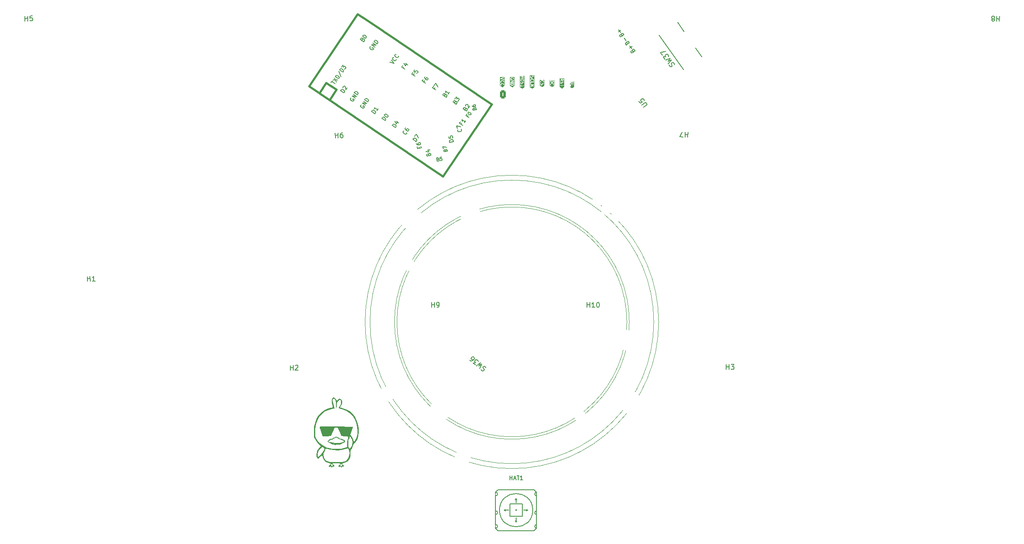
<source format=gbr>
%TF.GenerationSoftware,KiCad,Pcbnew,(6.0.4)*%
%TF.CreationDate,2022-12-18T06:26:38+01:00*%
%TF.ProjectId,BatreeqV2,42617472-6565-4715-9632-2e6b69636164,rev?*%
%TF.SameCoordinates,Original*%
%TF.FileFunction,Legend,Top*%
%TF.FilePolarity,Positive*%
%FSLAX46Y46*%
G04 Gerber Fmt 4.6, Leading zero omitted, Abs format (unit mm)*
G04 Created by KiCad (PCBNEW (6.0.4)) date 2022-12-18 06:26:38*
%MOMM*%
%LPD*%
G01*
G04 APERTURE LIST*
G04 Aperture macros list*
%AMRoundRect*
0 Rectangle with rounded corners*
0 $1 Rounding radius*
0 $2 $3 $4 $5 $6 $7 $8 $9 X,Y pos of 4 corners*
0 Add a 4 corners polygon primitive as box body*
4,1,4,$2,$3,$4,$5,$6,$7,$8,$9,$2,$3,0*
0 Add four circle primitives for the rounded corners*
1,1,$1+$1,$2,$3*
1,1,$1+$1,$4,$5*
1,1,$1+$1,$6,$7*
1,1,$1+$1,$8,$9*
0 Add four rect primitives between the rounded corners*
20,1,$1+$1,$2,$3,$4,$5,0*
20,1,$1+$1,$4,$5,$6,$7,0*
20,1,$1+$1,$6,$7,$8,$9,0*
20,1,$1+$1,$8,$9,$2,$3,0*%
%AMHorizOval*
0 Thick line with rounded ends*
0 $1 width*
0 $2 $3 position (X,Y) of the first rounded end (center of the circle)*
0 $4 $5 position (X,Y) of the second rounded end (center of the circle)*
0 Add line between two ends*
20,1,$1,$2,$3,$4,$5,0*
0 Add two circle primitives to create the rounded ends*
1,1,$1,$2,$3*
1,1,$1,$4,$5*%
%AMRotRect*
0 Rectangle, with rotation*
0 The origin of the aperture is its center*
0 $1 length*
0 $2 width*
0 $3 Rotation angle, in degrees counterclockwise*
0 Add horizontal line*
21,1,$1,$2,0,0,$3*%
G04 Aperture macros list end*
%ADD10C,0.150000*%
%ADD11C,0.152400*%
%ADD12C,0.381000*%
%ADD13C,0.100000*%
%ADD14C,0.160000*%
%ADD15C,1.752600*%
%ADD16RoundRect,0.375000X0.829455X0.123000X0.399273X0.737364X-0.829455X-0.123000X-0.399273X-0.737364X0*%
%ADD17C,3.000000*%
%ADD18HorizOval,1.701800X0.482963X-0.129410X-0.482963X0.129410X0*%
%ADD19C,3.987800*%
%ADD20HorizOval,1.701800X0.445503X0.226995X-0.445503X-0.226995X0*%
%ADD21C,4.500000*%
%ADD22HorizOval,1.701800X0.482963X0.129410X-0.482963X-0.129410X0*%
%ADD23HorizOval,1.701800X0.445503X-0.226995X-0.445503X0.226995X0*%
%ADD24O,2.701800X1.701800*%
%ADD25HorizOval,1.701800X0.463592X0.187303X-0.463592X-0.187303X0*%
%ADD26C,3.200000*%
%ADD27C,4.200000*%
%ADD28C,2.400000*%
%ADD29C,2.100000*%
%ADD30RotRect,4.400000X4.400000X140.000000*%
%ADD31HorizOval,1.701800X0.463592X-0.187303X-0.463592X0.187303X0*%
%ADD32C,1.600000*%
%ADD33C,1.800000*%
%ADD34C,1.700000*%
%ADD35HorizOval,1.700000X0.000000X0.000000X0.000000X0.000000X0*%
%ADD36HorizOval,2.200000X0.532449X0.372825X-0.532449X-0.372825X0*%
%ADD37RotRect,1.500000X2.500000X125.000000*%
%ADD38HorizOval,1.500000X0.409576X0.286788X-0.409576X-0.286788X0*%
%ADD39R,1.400000X1.400000*%
%ADD40C,1.400000*%
%ADD41RoundRect,0.250000X-0.350000X-0.625000X0.350000X-0.625000X0.350000X0.625000X-0.350000X0.625000X0*%
%ADD42O,1.200000X1.750000*%
G04 APERTURE END LIST*
D10*
%TO.C,U1*%
X128629854Y-59851112D02*
X128640134Y-59903997D01*
X128607809Y-60020047D01*
X128565204Y-60083212D01*
X128469713Y-60156656D01*
X128363943Y-60177216D01*
X128279476Y-60166193D01*
X128131844Y-60112565D01*
X128037097Y-60048657D01*
X127932070Y-59931865D01*
X127890208Y-59857677D01*
X127869648Y-59751907D01*
X127901974Y-59635857D01*
X127944579Y-59572693D01*
X128040069Y-59499248D01*
X128092954Y-59488968D01*
X128413236Y-58877880D02*
X128328025Y-59004210D01*
X128317002Y-59088677D01*
X128327282Y-59141562D01*
X128379424Y-59268635D01*
X128484451Y-59385427D01*
X128737110Y-59555848D01*
X128821578Y-59566871D01*
X128874463Y-59556591D01*
X128948650Y-59514729D01*
X129033860Y-59388399D01*
X129044883Y-59303932D01*
X129034603Y-59251047D01*
X128992741Y-59176859D01*
X128834829Y-59070346D01*
X128750362Y-59059324D01*
X128697477Y-59069603D01*
X128623289Y-59111466D01*
X128538079Y-59237795D01*
X128527056Y-59322263D01*
X128537336Y-59375148D01*
X128579198Y-59449335D01*
X135024939Y-65335477D02*
X135129462Y-65349117D01*
X135168544Y-65375477D01*
X135213985Y-65434559D01*
X135233066Y-65532722D01*
X135213066Y-65604524D01*
X135186705Y-65643605D01*
X135127624Y-65689046D01*
X134865856Y-65739929D01*
X134732290Y-65052790D01*
X134961336Y-65008268D01*
X135033138Y-65028268D01*
X135072220Y-65054629D01*
X135117661Y-65113710D01*
X135130382Y-65179152D01*
X135110381Y-65250954D01*
X135084021Y-65290035D01*
X135024939Y-65335477D01*
X134795893Y-65379999D01*
X135746638Y-64855620D02*
X135419429Y-64919223D01*
X135450311Y-65252793D01*
X135476672Y-65213712D01*
X135535753Y-65168270D01*
X135699358Y-65136469D01*
X135771160Y-65156469D01*
X135810241Y-65182829D01*
X135855683Y-65241911D01*
X135887484Y-65405516D01*
X135867484Y-65477318D01*
X135841123Y-65516399D01*
X135782042Y-65561840D01*
X135618437Y-65593642D01*
X135546635Y-65573642D01*
X135507554Y-65547281D01*
X139866589Y-57940265D02*
X139717471Y-58161342D01*
X140064877Y-58395670D02*
X139401647Y-57948316D01*
X139614673Y-57632492D01*
X140682652Y-57479781D02*
X140427021Y-57858770D01*
X140554836Y-57669276D02*
X139891606Y-57221921D01*
X139943748Y-57348994D01*
X139964308Y-57454764D01*
X139953285Y-57539231D01*
X119606317Y-40820103D02*
X119701807Y-40746658D01*
X119754692Y-40736379D01*
X119839159Y-40747401D01*
X119933907Y-40811309D01*
X119975769Y-40885497D01*
X119986049Y-40938382D01*
X119975026Y-41022849D01*
X119804605Y-41275508D01*
X119141375Y-40828154D01*
X119290493Y-40607077D01*
X119364681Y-40565215D01*
X119417566Y-40554935D01*
X119502033Y-40565958D01*
X119565198Y-40608563D01*
X119607060Y-40682751D01*
X119617340Y-40735636D01*
X119606317Y-40820103D01*
X119457199Y-41041180D01*
X119673940Y-40038594D02*
X119716545Y-39975429D01*
X119790732Y-39933567D01*
X119843617Y-39923287D01*
X119928085Y-39934310D01*
X120075717Y-39987938D01*
X120233629Y-40094451D01*
X120338656Y-40211244D01*
X120380518Y-40285431D01*
X120390798Y-40338316D01*
X120379775Y-40422784D01*
X120337170Y-40485948D01*
X120262982Y-40527811D01*
X120210097Y-40538090D01*
X120125630Y-40527068D01*
X119977998Y-40473440D01*
X119820086Y-40366927D01*
X119715059Y-40250134D01*
X119673197Y-40175946D01*
X119662917Y-40123061D01*
X119673940Y-40038594D01*
X121268061Y-42285597D02*
X121193874Y-42327460D01*
X121129966Y-42422207D01*
X121097640Y-42538257D01*
X121118200Y-42644026D01*
X121160062Y-42718214D01*
X121265089Y-42835007D01*
X121359836Y-42898915D01*
X121507468Y-42952543D01*
X121591936Y-42963565D01*
X121697706Y-42943006D01*
X121793196Y-42869561D01*
X121835801Y-42806396D01*
X121868126Y-42690347D01*
X121857847Y-42637462D01*
X121636770Y-42488344D01*
X121551560Y-42614673D01*
X122112735Y-42395825D02*
X121449505Y-41948471D01*
X122368366Y-42016837D01*
X121705136Y-41569482D01*
X122581392Y-41701013D02*
X121918161Y-41253659D01*
X122024674Y-41095747D01*
X122120165Y-41022302D01*
X122225934Y-41001743D01*
X122310402Y-41012765D01*
X122458034Y-41066393D01*
X122552781Y-41130301D01*
X122657808Y-41247094D01*
X122699670Y-41321281D01*
X122720230Y-41427051D01*
X122687904Y-41543101D01*
X122581392Y-41701013D01*
X125192359Y-45483983D02*
X126004707Y-45710261D01*
X125490595Y-45041830D01*
X126495409Y-44846514D02*
X126505689Y-44899399D01*
X126473364Y-45015449D01*
X126430759Y-45078613D01*
X126335268Y-45152058D01*
X126229498Y-45172618D01*
X126145031Y-45161595D01*
X125997399Y-45107967D01*
X125902652Y-45044059D01*
X125797625Y-44927266D01*
X125755763Y-44853079D01*
X125735203Y-44747309D01*
X125767529Y-44631259D01*
X125810134Y-44568094D01*
X125905624Y-44494650D01*
X125958509Y-44484370D01*
X126942764Y-44183284D02*
X126953043Y-44236169D01*
X126920718Y-44352219D01*
X126878113Y-44415383D01*
X126782623Y-44488828D01*
X126676853Y-44509388D01*
X126592385Y-44498365D01*
X126444753Y-44444737D01*
X126350006Y-44380829D01*
X126244979Y-44264036D01*
X126203117Y-44189849D01*
X126182557Y-44084079D01*
X126214883Y-43968029D01*
X126257488Y-43904864D01*
X126352978Y-43831420D01*
X126405863Y-43821140D01*
X119372067Y-54181045D02*
X119297880Y-54222908D01*
X119233972Y-54317655D01*
X119201646Y-54433705D01*
X119222206Y-54539474D01*
X119264068Y-54613662D01*
X119369095Y-54730455D01*
X119463842Y-54794363D01*
X119611474Y-54847991D01*
X119695942Y-54859013D01*
X119801712Y-54838454D01*
X119897202Y-54765009D01*
X119939807Y-54701844D01*
X119972132Y-54585795D01*
X119961853Y-54532910D01*
X119740776Y-54383792D01*
X119655566Y-54510121D01*
X120216741Y-54291273D02*
X119553511Y-53843919D01*
X120472372Y-53912285D01*
X119809142Y-53464930D01*
X120685398Y-53596461D02*
X120022167Y-53149107D01*
X120128680Y-52991195D01*
X120224171Y-52917750D01*
X120329940Y-52897191D01*
X120414408Y-52908213D01*
X120562040Y-52961841D01*
X120656787Y-53025749D01*
X120761814Y-53142542D01*
X120803676Y-53216729D01*
X120824236Y-53322499D01*
X120791910Y-53438549D01*
X120685398Y-53596461D01*
X117266312Y-52760695D02*
X117192125Y-52802558D01*
X117128217Y-52897305D01*
X117095891Y-53013355D01*
X117116451Y-53119124D01*
X117158313Y-53193312D01*
X117263340Y-53310105D01*
X117358087Y-53374013D01*
X117505719Y-53427641D01*
X117590187Y-53438663D01*
X117695957Y-53418104D01*
X117791447Y-53344659D01*
X117834052Y-53281494D01*
X117866377Y-53165445D01*
X117856098Y-53112560D01*
X117635021Y-52963442D01*
X117549811Y-53089771D01*
X118110986Y-52870923D02*
X117447756Y-52423569D01*
X118366617Y-52491935D01*
X117703387Y-52044580D01*
X118579643Y-52176111D02*
X117916412Y-51728757D01*
X118022925Y-51570845D01*
X118118416Y-51497400D01*
X118224185Y-51476841D01*
X118308653Y-51487863D01*
X118456285Y-51541491D01*
X118551032Y-51605399D01*
X118656059Y-51722192D01*
X118697921Y-51796379D01*
X118718481Y-51902149D01*
X118686155Y-52018199D01*
X118579643Y-52176111D01*
X141152975Y-56403550D02*
X141022497Y-56596992D01*
X141326477Y-56802029D02*
X140746151Y-56410594D01*
X140932549Y-56134249D01*
X141156226Y-55802634D02*
X141193505Y-55747364D01*
X141258420Y-55710735D01*
X141304694Y-55701740D01*
X141378603Y-55711385D01*
X141507781Y-55758310D01*
X141645954Y-55851508D01*
X141737852Y-55953702D01*
X141774482Y-56018616D01*
X141783477Y-56064890D01*
X141773832Y-56138799D01*
X141736552Y-56194069D01*
X141671638Y-56230698D01*
X141625364Y-56239693D01*
X141551455Y-56230048D01*
X141422277Y-56183123D01*
X141284104Y-56089925D01*
X141192205Y-55987731D01*
X141155576Y-55922817D01*
X141146581Y-55876542D01*
X141156226Y-55802634D01*
X134378559Y-50715179D02*
X134229441Y-50936256D01*
X134576847Y-51170584D02*
X133913617Y-50723230D01*
X134126643Y-50407406D01*
X134254458Y-50217912D02*
X134552694Y-49775759D01*
X135024201Y-50507354D01*
X139707189Y-59166323D02*
X139751853Y-59196450D01*
X139811055Y-59301367D01*
X139825593Y-59376157D01*
X139810004Y-59495612D01*
X139749751Y-59584941D01*
X139682230Y-59636874D01*
X139539917Y-59703345D01*
X139427731Y-59725152D01*
X139270881Y-59716832D01*
X139188822Y-59693974D01*
X139099493Y-59633722D01*
X139040291Y-59528805D01*
X139025753Y-59454014D01*
X139041342Y-59334559D01*
X139071468Y-59289895D01*
X138945795Y-59042665D02*
X138844030Y-58519131D01*
X139694752Y-58703042D01*
X130543143Y-61693056D02*
X129879913Y-61245702D01*
X129986426Y-61087790D01*
X130081916Y-61014345D01*
X130187686Y-60993786D01*
X130272153Y-61004808D01*
X130419785Y-61058436D01*
X130514533Y-61122344D01*
X130619560Y-61239137D01*
X130661422Y-61313324D01*
X130681981Y-61419094D01*
X130649656Y-61535144D01*
X130543143Y-61693056D01*
X130284662Y-60645636D02*
X130582898Y-60203483D01*
X131054405Y-60935079D01*
X136452360Y-52182903D02*
X136547850Y-52109458D01*
X136600735Y-52099179D01*
X136685202Y-52110201D01*
X136779950Y-52174109D01*
X136821812Y-52248297D01*
X136832092Y-52301182D01*
X136821069Y-52385649D01*
X136650648Y-52638308D01*
X135987418Y-52190954D01*
X136136536Y-51969877D01*
X136210724Y-51928015D01*
X136263609Y-51917735D01*
X136348076Y-51928758D01*
X136411241Y-51971363D01*
X136453103Y-52045551D01*
X136463383Y-52098436D01*
X136452360Y-52182903D01*
X136303242Y-52403980D01*
X137332331Y-51627672D02*
X137076700Y-52006660D01*
X137204515Y-51817166D02*
X136541285Y-51369812D01*
X136593427Y-51496884D01*
X136613987Y-51602654D01*
X136602964Y-51687122D01*
X138196471Y-61704919D02*
X137411169Y-61857566D01*
X137374825Y-61670590D01*
X137390413Y-61551135D01*
X137450666Y-61461807D01*
X137518188Y-61409873D01*
X137660500Y-61343402D01*
X137772686Y-61321596D01*
X137929537Y-61329915D01*
X138011596Y-61352773D01*
X138100925Y-61413026D01*
X138160127Y-61517943D01*
X138196471Y-61704919D01*
X137185833Y-60698312D02*
X137258522Y-61072265D01*
X137639744Y-61036971D01*
X137595080Y-61006845D01*
X137543147Y-60939323D01*
X137506802Y-60752346D01*
X137529660Y-60670287D01*
X137559786Y-60625622D01*
X137627308Y-60573689D01*
X137814285Y-60537345D01*
X137896344Y-60560202D01*
X137941008Y-60590329D01*
X137992942Y-60657850D01*
X138029286Y-60844827D01*
X138006429Y-60926886D01*
X137976302Y-60971551D01*
X126331632Y-58852356D02*
X125668402Y-58405002D01*
X125774915Y-58247090D01*
X125870405Y-58173645D01*
X125976175Y-58153086D01*
X126060642Y-58164108D01*
X126208274Y-58217736D01*
X126303022Y-58281644D01*
X126408049Y-58398437D01*
X126449911Y-58472624D01*
X126470470Y-58578394D01*
X126438145Y-58694444D01*
X126331632Y-58852356D01*
X126528556Y-57606648D02*
X126970710Y-57904885D01*
X126169384Y-57594140D02*
X126536607Y-58071590D01*
X126813541Y-57661019D01*
X138558115Y-53603253D02*
X138653605Y-53529808D01*
X138706490Y-53519529D01*
X138790957Y-53530551D01*
X138885705Y-53594459D01*
X138927567Y-53668647D01*
X138937847Y-53721532D01*
X138926824Y-53805999D01*
X138756403Y-54058658D01*
X138093173Y-53611304D01*
X138242291Y-53390227D01*
X138316479Y-53348365D01*
X138369364Y-53338085D01*
X138453831Y-53349108D01*
X138516996Y-53391713D01*
X138558858Y-53465901D01*
X138569138Y-53518786D01*
X138558115Y-53603253D01*
X138408997Y-53824330D01*
X138497922Y-53011238D02*
X138774856Y-52600667D01*
X138878397Y-52992165D01*
X138942304Y-52897418D01*
X139016492Y-52855555D01*
X139069377Y-52845276D01*
X139153844Y-52856298D01*
X139311756Y-52962811D01*
X139353618Y-53036999D01*
X139363898Y-53089884D01*
X139352875Y-53174351D01*
X139225060Y-53363846D01*
X139150872Y-53405708D01*
X139097987Y-53415988D01*
X136541083Y-63500250D02*
X136554723Y-63395727D01*
X136581083Y-63356645D01*
X136640165Y-63311204D01*
X136738328Y-63292123D01*
X136810130Y-63312123D01*
X136849211Y-63338484D01*
X136894652Y-63397565D01*
X136945535Y-63659333D01*
X136258396Y-63792899D01*
X136213874Y-63563853D01*
X136233874Y-63492051D01*
X136260235Y-63452969D01*
X136319316Y-63407528D01*
X136384758Y-63394807D01*
X136456560Y-63414808D01*
X136495641Y-63441168D01*
X136541083Y-63500250D01*
X136585605Y-63729296D01*
X136137550Y-63171202D02*
X136048506Y-62713109D01*
X136792888Y-62874031D01*
X142475258Y-55006483D02*
X142488898Y-54901960D01*
X142515258Y-54862878D01*
X142574340Y-54817437D01*
X142672503Y-54798356D01*
X142744305Y-54818356D01*
X142783386Y-54844717D01*
X142828827Y-54903798D01*
X142879710Y-55165566D01*
X142192571Y-55299132D01*
X142148049Y-55070086D01*
X142168049Y-54998284D01*
X142194410Y-54959202D01*
X142253491Y-54913761D01*
X142318933Y-54901040D01*
X142390735Y-54921041D01*
X142429816Y-54947401D01*
X142475258Y-55006483D01*
X142519780Y-55235529D01*
X142001762Y-54317505D02*
X142027203Y-54448388D01*
X142072644Y-54507470D01*
X142111726Y-54533831D01*
X142222609Y-54580191D01*
X142359853Y-54587471D01*
X142621620Y-54536589D01*
X142680702Y-54491147D01*
X142707062Y-54452066D01*
X142727063Y-54380264D01*
X142701621Y-54249380D01*
X142656180Y-54190299D01*
X142617099Y-54163938D01*
X142545297Y-54143938D01*
X142381692Y-54175739D01*
X142322610Y-54221181D01*
X142296250Y-54260262D01*
X142276250Y-54332064D01*
X142301691Y-54462948D01*
X142347132Y-54522029D01*
X142386213Y-54548390D01*
X142458016Y-54568390D01*
X132272803Y-49294829D02*
X132123685Y-49515906D01*
X132471091Y-49750234D02*
X131807861Y-49302880D01*
X132020887Y-48987056D01*
X132383031Y-48450156D02*
X132297820Y-48576485D01*
X132286798Y-48660953D01*
X132297077Y-48713838D01*
X132349219Y-48840910D01*
X132454246Y-48957703D01*
X132706905Y-49128124D01*
X132791373Y-49139146D01*
X132844258Y-49128867D01*
X132918445Y-49087004D01*
X133003656Y-48960675D01*
X133014678Y-48876207D01*
X133004399Y-48823323D01*
X132962536Y-48749135D01*
X132804624Y-48642622D01*
X132720157Y-48631599D01*
X132667272Y-48641879D01*
X132593085Y-48683741D01*
X132507874Y-48810071D01*
X132496851Y-48894538D01*
X132507131Y-48947423D01*
X132548993Y-49021611D01*
X130167048Y-47874479D02*
X130017930Y-48095556D01*
X130365336Y-48329884D02*
X129702106Y-47882530D01*
X129915132Y-47566706D01*
X130298578Y-46998223D02*
X130085552Y-47314047D01*
X130380074Y-47558655D01*
X130369794Y-47505770D01*
X130380817Y-47421303D01*
X130487330Y-47263391D01*
X130561517Y-47221529D01*
X130614402Y-47211249D01*
X130698869Y-47222272D01*
X130856781Y-47328785D01*
X130898644Y-47402973D01*
X130908923Y-47455857D01*
X130897901Y-47540325D01*
X130791388Y-47698237D01*
X130717200Y-47740099D01*
X130664315Y-47750379D01*
X122120121Y-56011656D02*
X121456891Y-55564302D01*
X121563404Y-55406390D01*
X121658894Y-55332945D01*
X121764664Y-55312386D01*
X121849131Y-55323408D01*
X121996763Y-55377036D01*
X122091511Y-55440944D01*
X122196538Y-55557737D01*
X122238400Y-55631924D01*
X122258959Y-55737694D01*
X122226634Y-55853744D01*
X122120121Y-56011656D01*
X122801804Y-55001020D02*
X122546173Y-55380008D01*
X122673988Y-55190514D02*
X122010758Y-54743160D01*
X122062900Y-54870232D01*
X122083460Y-54976002D01*
X122072437Y-55060470D01*
X113195548Y-49643204D02*
X113451179Y-49264215D01*
X113986594Y-49901064D02*
X113323364Y-49453710D01*
X113557692Y-49106303D02*
X114519159Y-49111504D01*
X113855929Y-48664150D02*
X114220922Y-49553658D01*
X114111560Y-48285161D02*
X114154165Y-48221997D01*
X114228352Y-48180134D01*
X114281237Y-48169855D01*
X114365705Y-48180877D01*
X114513337Y-48234505D01*
X114671249Y-48341018D01*
X114776276Y-48457811D01*
X114818138Y-48531999D01*
X114828418Y-48584884D01*
X114817395Y-48669351D01*
X114774790Y-48732516D01*
X114700602Y-48774378D01*
X114647717Y-48784658D01*
X114563250Y-48773635D01*
X114415618Y-48720007D01*
X114257706Y-48613494D01*
X114152679Y-48496701D01*
X114110817Y-48422514D01*
X114100537Y-48369629D01*
X114111560Y-48285161D01*
X114740357Y-47284805D02*
X115209635Y-48428458D01*
X115584288Y-47532385D02*
X114921058Y-47085031D01*
X115027571Y-46927119D01*
X115123061Y-46853674D01*
X115228831Y-46833115D01*
X115313298Y-46844137D01*
X115460930Y-46897765D01*
X115555678Y-46961673D01*
X115660704Y-47078466D01*
X115702567Y-47152653D01*
X115723126Y-47258423D01*
X115690801Y-47374473D01*
X115584288Y-47532385D01*
X115325807Y-46484965D02*
X115602741Y-46074394D01*
X115706282Y-46465892D01*
X115770189Y-46371145D01*
X115844377Y-46329283D01*
X115897262Y-46319003D01*
X115981729Y-46330025D01*
X116139641Y-46436538D01*
X116181503Y-46510726D01*
X116191783Y-46563611D01*
X116180760Y-46648078D01*
X116052945Y-46837573D01*
X115978757Y-46879435D01*
X115925872Y-46889715D01*
X140663871Y-55023603D02*
X140759361Y-54950158D01*
X140812246Y-54939879D01*
X140896713Y-54950901D01*
X140991461Y-55014809D01*
X141033323Y-55088997D01*
X141043603Y-55141882D01*
X141032580Y-55226349D01*
X140862159Y-55479008D01*
X140198929Y-55031654D01*
X140348047Y-54810577D01*
X140422235Y-54768715D01*
X140475120Y-54758435D01*
X140559587Y-54769458D01*
X140622752Y-54812063D01*
X140664614Y-54886251D01*
X140674894Y-54939136D01*
X140663871Y-55023603D01*
X140514753Y-55244680D01*
X140688145Y-54442611D02*
X140677866Y-54389726D01*
X140688888Y-54305259D01*
X140795401Y-54147347D01*
X140869589Y-54105485D01*
X140922474Y-54095205D01*
X141006941Y-54106228D01*
X141070106Y-54148833D01*
X141143551Y-54244323D01*
X141266908Y-54878943D01*
X141543842Y-54468372D01*
X128061292Y-46454129D02*
X127912174Y-46675206D01*
X128259580Y-46909534D02*
X127596350Y-46462180D01*
X127809376Y-46146356D01*
X128392596Y-45758574D02*
X128834750Y-46056810D01*
X128033424Y-45746065D02*
X128400647Y-46223516D01*
X128677581Y-45812945D01*
X133120375Y-64357673D02*
X133135964Y-64238218D01*
X133166090Y-64193554D01*
X133233612Y-64141621D01*
X133345798Y-64119814D01*
X133427858Y-64142672D01*
X133472522Y-64172798D01*
X133524455Y-64240320D01*
X133582606Y-64539482D01*
X132797304Y-64692129D01*
X132746422Y-64430362D01*
X132769280Y-64348303D01*
X132799406Y-64303638D01*
X132866928Y-64251705D01*
X132941718Y-64237167D01*
X133023778Y-64260025D01*
X133068442Y-64290151D01*
X133120375Y-64357673D01*
X133171258Y-64619440D01*
X132841004Y-63519387D02*
X133364539Y-63417623D01*
X132578186Y-63764515D02*
X133175461Y-63842458D01*
X133080965Y-63356319D01*
X115802855Y-51750606D02*
X115139625Y-51303252D01*
X115246138Y-51145340D01*
X115341628Y-51071895D01*
X115447398Y-51051336D01*
X115531865Y-51062358D01*
X115679497Y-51115986D01*
X115774245Y-51179894D01*
X115879272Y-51296687D01*
X115921134Y-51370874D01*
X115941693Y-51476644D01*
X115909368Y-51592694D01*
X115802855Y-51750606D01*
X115628841Y-50714209D02*
X115618562Y-50661324D01*
X115629584Y-50576857D01*
X115736097Y-50418945D01*
X115810285Y-50377083D01*
X115863170Y-50366803D01*
X115947637Y-50377826D01*
X116010802Y-50420431D01*
X116084247Y-50515921D01*
X116207604Y-51150541D01*
X116484538Y-50739970D01*
X131211040Y-63069272D02*
X131160157Y-62807505D01*
X131549699Y-62615361D02*
X131622388Y-62989314D01*
X130837087Y-63141961D01*
X130764397Y-62768008D01*
X130633557Y-62094892D02*
X130662633Y-62244473D01*
X130714566Y-62311995D01*
X130759230Y-62342122D01*
X130885954Y-62395105D01*
X131042804Y-62403425D01*
X131341967Y-62345274D01*
X131409488Y-62293341D01*
X131439615Y-62248676D01*
X131462472Y-62166617D01*
X131433397Y-62017036D01*
X131381463Y-61949514D01*
X131336799Y-61919387D01*
X131254740Y-61896530D01*
X131067763Y-61932875D01*
X131000241Y-61984808D01*
X130970115Y-62029472D01*
X130947257Y-62111532D01*
X130976333Y-62261113D01*
X131028266Y-62328635D01*
X131072930Y-62358761D01*
X131154990Y-62381618D01*
X124225877Y-57432006D02*
X123562647Y-56984652D01*
X123669160Y-56826740D01*
X123764650Y-56753295D01*
X123870420Y-56732736D01*
X123954887Y-56743758D01*
X124102519Y-56797386D01*
X124197267Y-56861294D01*
X124302294Y-56978087D01*
X124344156Y-57052274D01*
X124364715Y-57158044D01*
X124332390Y-57274094D01*
X124225877Y-57432006D01*
X124095212Y-56195092D02*
X124137817Y-56131927D01*
X124212004Y-56090065D01*
X124264889Y-56079785D01*
X124349357Y-56090808D01*
X124496989Y-56144436D01*
X124654901Y-56250949D01*
X124759928Y-56367742D01*
X124801790Y-56441929D01*
X124812070Y-56494814D01*
X124801047Y-56579282D01*
X124758442Y-56642446D01*
X124684254Y-56684309D01*
X124631369Y-56694588D01*
X124546902Y-56683566D01*
X124399270Y-56629938D01*
X124241358Y-56523425D01*
X124136331Y-56406632D01*
X124094469Y-56332444D01*
X124084189Y-56279559D01*
X124095212Y-56195092D01*
%TO.C,H10*%
X165496812Y-95596020D02*
X165496812Y-94596020D01*
X165496812Y-95072211D02*
X166068241Y-95072211D01*
X166068241Y-95596020D02*
X166068241Y-94596020D01*
X167068241Y-95596020D02*
X166496812Y-95596020D01*
X166782527Y-95596020D02*
X166782527Y-94596020D01*
X166687288Y-94738878D01*
X166592050Y-94834116D01*
X166496812Y-94881735D01*
X167687288Y-94596020D02*
X167782527Y-94596020D01*
X167877765Y-94643640D01*
X167925384Y-94691259D01*
X167973003Y-94786497D01*
X168020622Y-94976973D01*
X168020622Y-95215068D01*
X167973003Y-95405544D01*
X167925384Y-95500782D01*
X167877765Y-95548401D01*
X167782527Y-95596020D01*
X167687288Y-95596020D01*
X167592050Y-95548401D01*
X167544431Y-95500782D01*
X167496812Y-95405544D01*
X167449193Y-95215068D01*
X167449193Y-94976973D01*
X167496812Y-94786497D01*
X167544431Y-94691259D01*
X167592050Y-94643640D01*
X167687288Y-94596020D01*
%TO.C,H8*%
X249797545Y-36098326D02*
X249762646Y-37097717D01*
X249779264Y-36621817D02*
X249208184Y-36601874D01*
X249226465Y-36078384D02*
X249191565Y-37077774D01*
X248587851Y-36627860D02*
X248681370Y-36678773D01*
X248727298Y-36728025D01*
X248771564Y-36824867D01*
X248769902Y-36872457D01*
X248718988Y-36965976D01*
X248669736Y-37011904D01*
X248572895Y-37056170D01*
X248382534Y-37049523D01*
X248289016Y-36998609D01*
X248243088Y-36949357D01*
X248198822Y-36852515D01*
X248200484Y-36804925D01*
X248251397Y-36711407D01*
X248300649Y-36665478D01*
X248397491Y-36621212D01*
X248587851Y-36627860D01*
X248684693Y-36583593D01*
X248733945Y-36537665D01*
X248784859Y-36444147D01*
X248791507Y-36253787D01*
X248747240Y-36156945D01*
X248701312Y-36107693D01*
X248607794Y-36056779D01*
X248417434Y-36050132D01*
X248320592Y-36094398D01*
X248271340Y-36140326D01*
X248220426Y-36233844D01*
X248213779Y-36424204D01*
X248258045Y-36521046D01*
X248303973Y-36570298D01*
X248397491Y-36621212D01*
%TO.C,J4*%
X174802478Y-43178237D02*
X174768132Y-43062769D01*
X174777487Y-43009713D01*
X174818048Y-42934806D01*
X174911666Y-42869254D01*
X174995928Y-42856759D01*
X175048984Y-42866114D01*
X175123891Y-42906675D01*
X175298695Y-43156322D01*
X174643374Y-43615183D01*
X174490420Y-43396742D01*
X174477925Y-43312480D01*
X174487280Y-43259424D01*
X174527841Y-43184517D01*
X174590253Y-43140816D01*
X174674515Y-43128321D01*
X174727571Y-43137676D01*
X174802478Y-43178237D01*
X174955432Y-43396677D01*
X174590188Y-42675804D02*
X174240579Y-42176512D01*
X174665030Y-42251354D02*
X174165737Y-42600962D01*
X173655325Y-41539932D02*
X173620979Y-41424464D01*
X173630334Y-41371408D01*
X173670895Y-41296501D01*
X173764513Y-41230949D01*
X173848775Y-41218454D01*
X173901831Y-41227809D01*
X173976738Y-41268370D01*
X174151542Y-41518017D01*
X173496221Y-41976878D01*
X173343267Y-41758437D01*
X173330772Y-41674175D01*
X173340127Y-41621119D01*
X173380688Y-41546212D01*
X173443100Y-41502511D01*
X173527362Y-41490016D01*
X173580418Y-41499371D01*
X173655325Y-41539932D01*
X173808279Y-41758372D01*
X173443035Y-41037499D02*
X173093426Y-40538207D01*
X172508172Y-39901628D02*
X172473826Y-39786160D01*
X172483181Y-39733104D01*
X172523742Y-39658197D01*
X172617360Y-39592645D01*
X172701622Y-39580150D01*
X172754678Y-39589505D01*
X172829585Y-39630066D01*
X173004389Y-39879713D01*
X172349068Y-40338574D01*
X172196114Y-40120133D01*
X172183619Y-40035871D01*
X172192974Y-39982815D01*
X172233535Y-39907908D01*
X172295947Y-39864207D01*
X172380209Y-39851712D01*
X172433265Y-39861067D01*
X172508172Y-39901628D01*
X172661126Y-40120068D01*
X172295882Y-39399195D02*
X171946273Y-38899903D01*
X172370724Y-38974745D02*
X171871431Y-39324353D01*
%TO.C,H9*%
X133715001Y-95596023D02*
X133715001Y-94596023D01*
X133715001Y-95072214D02*
X134286429Y-95072214D01*
X134286429Y-95596023D02*
X134286429Y-94596023D01*
X134810239Y-95596023D02*
X135000715Y-95596023D01*
X135095953Y-95548404D01*
X135143572Y-95500785D01*
X135238810Y-95357928D01*
X135286429Y-95167452D01*
X135286429Y-94786500D01*
X135238810Y-94691262D01*
X135191191Y-94643643D01*
X135095953Y-94596023D01*
X134905477Y-94596023D01*
X134810239Y-94643643D01*
X134762620Y-94691262D01*
X134715001Y-94786500D01*
X134715001Y-95024595D01*
X134762620Y-95119833D01*
X134810239Y-95167452D01*
X134905477Y-95215071D01*
X135095953Y-95215071D01*
X135191191Y-95167452D01*
X135238810Y-95119833D01*
X135286429Y-95024595D01*
%TO.C,H3*%
X193949858Y-108294309D02*
X193949858Y-107294309D01*
X193949858Y-107770500D02*
X194521286Y-107770500D01*
X194521286Y-108294309D02*
X194521286Y-107294309D01*
X194902239Y-107294309D02*
X195521286Y-107294309D01*
X195187953Y-107675262D01*
X195330810Y-107675262D01*
X195426048Y-107722881D01*
X195473667Y-107770500D01*
X195521286Y-107865738D01*
X195521286Y-108103833D01*
X195473667Y-108199071D01*
X195426048Y-108246690D01*
X195330810Y-108294309D01*
X195045096Y-108294309D01*
X194949858Y-108246690D01*
X194902239Y-108199071D01*
%TO.C,H6*%
X114055165Y-60939737D02*
X114037713Y-59939889D01*
X114046023Y-60416007D02*
X114617365Y-60406034D01*
X114626506Y-60929764D02*
X114609054Y-59929916D01*
X115513678Y-59914126D02*
X115323231Y-59917450D01*
X115228838Y-59966724D01*
X115182058Y-60015167D01*
X115089327Y-60159664D01*
X115045040Y-60350943D01*
X115051688Y-60731837D01*
X115100962Y-60826230D01*
X115149405Y-60873010D01*
X115245460Y-60918960D01*
X115435907Y-60915636D01*
X115530299Y-60866362D01*
X115577080Y-60817919D01*
X115623030Y-60721864D01*
X115618875Y-60483805D01*
X115569601Y-60389413D01*
X115521158Y-60342632D01*
X115425103Y-60296682D01*
X115234656Y-60300007D01*
X115140263Y-60349281D01*
X115093483Y-60397723D01*
X115047533Y-60493778D01*
%TO.C,SW36*%
X144855965Y-107980754D02*
X144777139Y-107852449D01*
X144594748Y-107699405D01*
X144491182Y-107674665D01*
X144424095Y-107680534D01*
X144326399Y-107722882D01*
X144265181Y-107795839D01*
X144240441Y-107899404D01*
X144246311Y-107966491D01*
X144288658Y-108064188D01*
X144403963Y-108223102D01*
X144446310Y-108320798D01*
X144452180Y-108387885D01*
X144427440Y-108491451D01*
X144366222Y-108564407D01*
X144268526Y-108606755D01*
X144201439Y-108612624D01*
X144097873Y-108587885D01*
X143915482Y-108434840D01*
X143836656Y-108306535D01*
X143550699Y-108128751D02*
X144011095Y-107209662D01*
X143406047Y-107634401D01*
X143719268Y-106964790D01*
X142894089Y-107577790D01*
X142675219Y-107394136D02*
X142201001Y-106996220D01*
X142701221Y-106918656D01*
X142591786Y-106826830D01*
X142549438Y-106729133D01*
X142543569Y-106662046D01*
X142568308Y-106558481D01*
X142721353Y-106376089D01*
X142819049Y-106333741D01*
X142886137Y-106327872D01*
X142989702Y-106352612D01*
X143208572Y-106536265D01*
X143250920Y-106633961D01*
X143256789Y-106701049D01*
X141544392Y-106445259D02*
X141690305Y-106567695D01*
X141793870Y-106592435D01*
X141860958Y-106586565D01*
X142025741Y-106538348D01*
X142184655Y-106423044D01*
X142429527Y-106131218D01*
X142454266Y-106027652D01*
X142448397Y-105960565D01*
X142406049Y-105862869D01*
X142260136Y-105740433D01*
X142156570Y-105715693D01*
X142089483Y-105721563D01*
X141991787Y-105763910D01*
X141838742Y-105946302D01*
X141814003Y-106049867D01*
X141819872Y-106116955D01*
X141862220Y-106214651D01*
X142008133Y-106337087D01*
X142111699Y-106361826D01*
X142178786Y-106355957D01*
X142276482Y-106313609D01*
%TO.C,H2*%
X104877682Y-108484217D02*
X104842782Y-107484826D01*
X104859401Y-107960727D02*
X105430482Y-107940784D01*
X105448762Y-108464274D02*
X105413863Y-107464884D01*
X105845497Y-107545107D02*
X105891425Y-107495855D01*
X105984943Y-107444941D01*
X106222893Y-107436632D01*
X106319735Y-107480898D01*
X106368987Y-107526826D01*
X106419901Y-107620344D01*
X106423225Y-107715524D01*
X106380620Y-107859956D01*
X105829483Y-108450979D01*
X106448153Y-108429375D01*
D11*
%TO.C,HAT1*%
X149722305Y-130858257D02*
X149722305Y-130045457D01*
X149722305Y-130432504D02*
X150186763Y-130432504D01*
X150186763Y-130858257D02*
X150186763Y-130045457D01*
X150535105Y-130626028D02*
X150922153Y-130626028D01*
X150457696Y-130858257D02*
X150728629Y-130045457D01*
X150999563Y-130858257D01*
X151154382Y-130045457D02*
X151618839Y-130045457D01*
X151386610Y-130858257D02*
X151386610Y-130045457D01*
X152315524Y-130858257D02*
X151851067Y-130858257D01*
X152083296Y-130858257D02*
X152083296Y-130045457D01*
X152005886Y-130161571D01*
X151928477Y-130238981D01*
X151851067Y-130277685D01*
D10*
%TO.C,H1*%
X63375003Y-90278177D02*
X63340103Y-89278786D01*
X63356722Y-89754687D02*
X63927803Y-89734744D01*
X63946083Y-90258234D02*
X63911184Y-89258844D01*
X64945474Y-90223335D02*
X64374394Y-90243277D01*
X64659934Y-90233306D02*
X64625034Y-89233915D01*
X64534840Y-89380009D01*
X64442984Y-89478513D01*
X64349465Y-89529427D01*
%TO.C,H7*%
X186111812Y-59796076D02*
X186076913Y-60795467D01*
X186093531Y-60319567D02*
X185522451Y-60299624D01*
X185540732Y-59776134D02*
X185505832Y-60775524D01*
X185125112Y-60762229D02*
X184458851Y-60738963D01*
X184922061Y-59754529D01*
%TO.C,U5*%
X177011562Y-54715385D02*
X177658077Y-54228201D01*
X177705479Y-54132855D01*
X177714852Y-54066167D01*
X177695566Y-53961449D01*
X177580935Y-53809328D01*
X177485589Y-53761925D01*
X177418901Y-53752553D01*
X177314182Y-53771838D01*
X176667668Y-54259022D01*
X176094511Y-53498417D02*
X176381089Y-53878719D01*
X176790050Y-53630171D01*
X176723362Y-53620799D01*
X176628016Y-53573396D01*
X176484726Y-53383245D01*
X176465441Y-53278526D01*
X176474813Y-53211838D01*
X176522216Y-53116492D01*
X176712367Y-52973203D01*
X176817086Y-52953917D01*
X176883774Y-52963290D01*
X176979120Y-53010692D01*
X177122409Y-53200844D01*
X177141695Y-53305562D01*
X177132322Y-53372250D01*
%TO.C,SW37*%
X183353559Y-45975519D02*
X183310627Y-45831184D01*
X183174061Y-45636148D01*
X183080428Y-45585446D01*
X183014107Y-45573752D01*
X182908780Y-45589371D01*
X182830765Y-45643998D01*
X182780064Y-45737631D01*
X182768370Y-45803952D01*
X182783989Y-45909279D01*
X182854234Y-46092621D01*
X182869853Y-46197949D01*
X182858159Y-46264269D01*
X182807458Y-46357903D01*
X182729443Y-46412529D01*
X182624116Y-46428148D01*
X182557795Y-46416454D01*
X182464162Y-46365753D01*
X182327596Y-46170717D01*
X182284664Y-46026382D01*
X182054464Y-45780644D02*
X182737051Y-45012032D01*
X182042689Y-45265700D01*
X182518545Y-44699974D01*
X181562827Y-45078514D01*
X181398948Y-44844471D02*
X181043877Y-44337377D01*
X181547127Y-44391922D01*
X181465188Y-44274900D01*
X181449569Y-44169573D01*
X181461263Y-44103252D01*
X181511964Y-44009619D01*
X181707000Y-43873053D01*
X181812328Y-43857434D01*
X181878648Y-43869128D01*
X181972282Y-43919829D01*
X182136161Y-44153873D01*
X182151780Y-44259200D01*
X182140086Y-44325521D01*
X180852685Y-44064326D02*
X180470301Y-43518225D01*
X181535271Y-43295713D01*
%TO.C,H5*%
X50600899Y-37065562D02*
X50565999Y-36066171D01*
X50582618Y-36542072D02*
X51153699Y-36522129D01*
X51171979Y-37045619D02*
X51137080Y-36046229D01*
X52088881Y-36012991D02*
X51612980Y-36029610D01*
X51582009Y-36507172D01*
X51627937Y-36457920D01*
X51721455Y-36407006D01*
X51959405Y-36398697D01*
X52056247Y-36442963D01*
X52105499Y-36488891D01*
X52156413Y-36582410D01*
X52164723Y-36820360D01*
X52120456Y-36917202D01*
X52074528Y-36966454D01*
X51981010Y-37017367D01*
X51743060Y-37025677D01*
X51646218Y-36981411D01*
X51596966Y-36935482D01*
D12*
%TO.C,U1*%
X120699357Y-37030662D02*
X118593602Y-35610312D01*
X114283013Y-51085545D02*
X112862663Y-53191300D01*
X112177257Y-49665195D02*
X114283013Y-51085545D01*
X145968423Y-54074862D02*
X120699357Y-37030662D01*
X118593602Y-35610312D02*
X108651152Y-50350600D01*
X108651152Y-50350600D02*
X110756907Y-51770950D01*
X110756907Y-51770950D02*
X136025973Y-68815150D01*
X136025973Y-68815150D02*
X145968423Y-54074862D01*
X112177257Y-49665195D02*
X110756907Y-51770950D01*
%TO.C,kibuzzard-639A2CA8*%
G36*
X158766181Y-49072953D02*
G01*
X158766181Y-50261593D01*
X158332000Y-50551047D01*
X157897819Y-50261593D01*
X157897819Y-50006006D01*
X157947428Y-50006006D01*
X157951446Y-50071044D01*
X157963502Y-50128045D01*
X157998625Y-50211984D01*
X158114116Y-50175074D01*
X158087922Y-50114948D01*
X158074825Y-50020293D01*
X158091643Y-49935312D01*
X158142095Y-49878014D01*
X158193491Y-49853870D01*
X158257983Y-49839384D01*
X158335572Y-49834556D01*
X158402247Y-49838574D01*
X158457016Y-49850629D01*
X158535002Y-49892301D01*
X158576673Y-49950642D01*
X158589175Y-50017912D01*
X158576673Y-50106614D01*
X158546313Y-50172693D01*
X158662994Y-50210793D01*
X158677281Y-50186385D01*
X158695141Y-50146499D01*
X158710023Y-50091135D01*
X158716572Y-50020293D01*
X158710172Y-49950493D01*
X158690973Y-49886348D01*
X158659422Y-49829198D01*
X158615964Y-49780382D01*
X158561046Y-49740645D01*
X158495116Y-49710731D01*
X158418618Y-49691978D01*
X158332000Y-49685728D01*
X158245010Y-49690862D01*
X158168587Y-49706266D01*
X158102730Y-49731939D01*
X158047441Y-49767881D01*
X157991878Y-49830852D01*
X157958541Y-49910227D01*
X157947428Y-50006006D01*
X157897819Y-50006006D01*
X157897819Y-49279724D01*
X157953381Y-49279724D01*
X157958590Y-49351608D01*
X157974217Y-49417242D01*
X158001155Y-49475433D01*
X158040297Y-49524993D01*
X158092238Y-49565326D01*
X158157573Y-49595835D01*
X158237196Y-49615034D01*
X158332000Y-49621434D01*
X158424720Y-49615630D01*
X158502855Y-49598217D01*
X158567446Y-49570386D01*
X158619536Y-49533328D01*
X158659273Y-49487042D01*
X158686806Y-49431529D01*
X158702880Y-49368277D01*
X158708238Y-49298774D01*
X158704666Y-49216621D01*
X158690378Y-49122562D01*
X157971241Y-49122562D01*
X157957548Y-49202929D01*
X157953381Y-49279724D01*
X157897819Y-49279724D01*
X157897819Y-49072953D01*
X158766181Y-49072953D01*
G37*
G36*
X158580245Y-49290440D02*
G01*
X158580841Y-49311871D01*
X158560005Y-49391643D01*
X158504641Y-49440459D01*
X158424869Y-49465462D01*
X158332000Y-49472606D01*
X158279464Y-49470373D01*
X158231392Y-49463676D01*
X158152216Y-49433910D01*
X158099828Y-49379142D01*
X158080778Y-49295203D01*
X158080778Y-49282106D01*
X158081969Y-49269009D01*
X158577269Y-49269009D01*
X158580245Y-49290440D01*
G37*
%TO.C,kibuzzard-639A2C18*%
G36*
X150638181Y-48502842D02*
G01*
X150638181Y-50323704D01*
X150204000Y-50613158D01*
X149769819Y-50323704D01*
X149769819Y-49932385D01*
X149825381Y-49932385D01*
X149830590Y-50004269D01*
X149846217Y-50069903D01*
X149873155Y-50128094D01*
X149912297Y-50177654D01*
X149964238Y-50217987D01*
X150029573Y-50248496D01*
X150109196Y-50267695D01*
X150204000Y-50274095D01*
X150296720Y-50268290D01*
X150374855Y-50250878D01*
X150439446Y-50223047D01*
X150491536Y-50185989D01*
X150531273Y-50139703D01*
X150558806Y-50084190D01*
X150574880Y-50020938D01*
X150580238Y-49951435D01*
X150576666Y-49869282D01*
X150562378Y-49775223D01*
X149843241Y-49775223D01*
X149829548Y-49855590D01*
X149825381Y-49932385D01*
X149769819Y-49932385D01*
X149769819Y-49656160D01*
X149834906Y-49656160D01*
X150571903Y-49656160D01*
X150571903Y-49524001D01*
X150118275Y-49524001D01*
X150164709Y-49503016D01*
X150218288Y-49478162D01*
X150276330Y-49450182D01*
X150336159Y-49419821D01*
X150397030Y-49387823D01*
X150458198Y-49354932D01*
X150517283Y-49321595D01*
X150571903Y-49288257D01*
X150571903Y-49170385D01*
X149834906Y-49170385D01*
X149834906Y-49302545D01*
X150324253Y-49302545D01*
X150242563Y-49346796D01*
X150161005Y-49389064D01*
X150079580Y-49429346D01*
X149998154Y-49467645D01*
X149916596Y-49503959D01*
X149834906Y-49538289D01*
X149834906Y-49656160D01*
X149769819Y-49656160D01*
X149769819Y-48853679D01*
X149819428Y-48853679D01*
X149822405Y-48926456D01*
X149831334Y-48987624D01*
X149852766Y-49069182D01*
X150220669Y-49069182D01*
X150220669Y-48922735D01*
X149951588Y-48922735D01*
X149948016Y-48894160D01*
X149946825Y-48865585D01*
X149962452Y-48794446D01*
X150009333Y-48742951D01*
X150058744Y-48719800D01*
X150123633Y-48705909D01*
X150204000Y-48701279D01*
X150258620Y-48703809D01*
X150308180Y-48711399D01*
X150389142Y-48744737D01*
X150442125Y-48803673D01*
X150461175Y-48891779D01*
X150448078Y-48970360D01*
X150418313Y-49034654D01*
X150534994Y-49072754D01*
X150549281Y-49048346D01*
X150567141Y-49007270D01*
X150582023Y-48948334D01*
X150588572Y-48871539D01*
X150582470Y-48806947D01*
X150564164Y-48746523D01*
X150533654Y-48692052D01*
X150490941Y-48645320D01*
X150436321Y-48606922D01*
X150370092Y-48577454D01*
X150292553Y-48558702D01*
X150204000Y-48552451D01*
X150114554Y-48557809D01*
X150036717Y-48573882D01*
X149970637Y-48599778D01*
X149916464Y-48634604D01*
X149874197Y-48677913D01*
X149843836Y-48729259D01*
X149825530Y-48788046D01*
X149819428Y-48853679D01*
X149769819Y-48853679D01*
X149769819Y-48502842D01*
X150638181Y-48502842D01*
G37*
G36*
X150452245Y-49943101D02*
G01*
X150452841Y-49964532D01*
X150432005Y-50044304D01*
X150376641Y-50093120D01*
X150296869Y-50118123D01*
X150204000Y-50125267D01*
X150151464Y-50123034D01*
X150103392Y-50116337D01*
X150024216Y-50086571D01*
X149971828Y-50031803D01*
X149952778Y-49947864D01*
X149952778Y-49934767D01*
X149953969Y-49921670D01*
X150449269Y-49921670D01*
X150452245Y-49943101D01*
G37*
%TO.C,kibuzzard-639A2CB2*%
G36*
X160612245Y-48991593D02*
G01*
X160612841Y-49011834D01*
X160605995Y-49064519D01*
X160585456Y-49105893D01*
X160550333Y-49132682D01*
X160499731Y-49141612D01*
X160416983Y-49108274D01*
X160395105Y-49064519D01*
X160387813Y-48999928D01*
X160387813Y-48967781D01*
X160609269Y-48967781D01*
X160612245Y-48991593D01*
G37*
G36*
X160798181Y-48771724D02*
G01*
X160798181Y-50562821D01*
X160364000Y-50852276D01*
X159929819Y-50562821D01*
X159929819Y-50319140D01*
X159994906Y-50319140D01*
X160610459Y-50319140D01*
X160610459Y-50513212D01*
X160731903Y-50513212D01*
X160731903Y-49977431D01*
X160610459Y-49977431D01*
X160610459Y-50171503D01*
X159994906Y-50171503D01*
X159994906Y-50319140D01*
X159929819Y-50319140D01*
X159929819Y-49628578D01*
X159979428Y-49628578D01*
X159985712Y-49712120D01*
X160004564Y-49780184D01*
X160035983Y-49832770D01*
X160104295Y-49883223D01*
X160196122Y-49900040D01*
X160251635Y-49894980D01*
X160296730Y-49879799D01*
X160363405Y-49828007D01*
X160406267Y-49758951D01*
X160435438Y-49686918D01*
X160453297Y-49641079D01*
X160475323Y-49599407D01*
X160503898Y-49569046D01*
X160541403Y-49557140D01*
X160588367Y-49570105D01*
X160616545Y-49608998D01*
X160625938Y-49673821D01*
X160614031Y-49757760D01*
X160585456Y-49823840D01*
X160698566Y-49866703D01*
X160733094Y-49781573D01*
X160744702Y-49726655D01*
X160748572Y-49663106D01*
X160742090Y-49590147D01*
X160722643Y-49528433D01*
X160690231Y-49477964D01*
X160620580Y-49427511D01*
X160528306Y-49410693D01*
X160440795Y-49429743D01*
X160381859Y-49477964D01*
X160342569Y-49542853D01*
X160315184Y-49611909D01*
X160294348Y-49661915D01*
X160269345Y-49707159D01*
X160237794Y-49740496D01*
X160197313Y-49753593D01*
X160162189Y-49748235D01*
X160131233Y-49728590D01*
X160109802Y-49689895D01*
X160102063Y-49628578D01*
X160106230Y-49569195D01*
X160118731Y-49519635D01*
X160154450Y-49442840D01*
X160035388Y-49399978D01*
X159999073Y-49482131D01*
X159984339Y-49546127D01*
X159979428Y-49628578D01*
X159929819Y-49628578D01*
X159929819Y-49339256D01*
X159994906Y-49339256D01*
X160072892Y-49305323D01*
X160155045Y-49264246D01*
X160233627Y-49220193D01*
X160302088Y-49177331D01*
X160335723Y-49229421D01*
X160381859Y-49264246D01*
X160437223Y-49283892D01*
X160498541Y-49290440D01*
X160556435Y-49285529D01*
X160606292Y-49270795D01*
X160681897Y-49214240D01*
X160707793Y-49173759D01*
X160725950Y-49126134D01*
X160736666Y-49071960D01*
X160740238Y-49011834D01*
X160739047Y-48970162D01*
X160736070Y-48920156D01*
X160730117Y-48868364D01*
X160721188Y-48821334D01*
X159994906Y-48821334D01*
X159994906Y-48967781D01*
X160266369Y-48967781D01*
X160266369Y-49043981D01*
X160198950Y-49084313D01*
X160132423Y-49121967D01*
X160065004Y-49156048D01*
X159994906Y-49185665D01*
X159994906Y-49339256D01*
X159929819Y-49339256D01*
X159929819Y-48771724D01*
X160798181Y-48771724D01*
G37*
%TO.C,kibuzzard-639A2CBD*%
G36*
X162823038Y-49334692D02*
G01*
X162823038Y-50512617D01*
X162396000Y-50797308D01*
X161968962Y-50512617D01*
X161968962Y-50463007D01*
X162028097Y-50463007D01*
X162149541Y-50463007D01*
X162149541Y-50147492D01*
X162765094Y-50147492D01*
X162765094Y-49999854D01*
X162028097Y-49999854D01*
X162028097Y-50463007D01*
X161968962Y-50463007D01*
X161968962Y-49589089D01*
X162018572Y-49589089D01*
X162021400Y-49647876D01*
X162029883Y-49702793D01*
X162045063Y-49752204D01*
X162067983Y-49794471D01*
X162139420Y-49855789D01*
X162189575Y-49872755D01*
X162250744Y-49878410D01*
X162300750Y-49871713D01*
X162348375Y-49851621D01*
X162390047Y-49812777D01*
X162422194Y-49749823D01*
X162486487Y-49818284D01*
X162529945Y-49837483D01*
X162579356Y-49843882D01*
X162648412Y-49833167D01*
X162710920Y-49792685D01*
X162756164Y-49710532D01*
X162769112Y-49650406D01*
X162773428Y-49574801D01*
X162768070Y-49475979D01*
X162755569Y-49384301D01*
X162040003Y-49384301D01*
X162030627Y-49435796D01*
X162023930Y-49487885D01*
X162019911Y-49539380D01*
X162018572Y-49589089D01*
X161968962Y-49589089D01*
X161968962Y-49334692D01*
X162823038Y-49334692D01*
G37*
G36*
X162350756Y-49609329D02*
G01*
X162327539Y-49700412D01*
X162250744Y-49734345D01*
X162197761Y-49722439D01*
X162165614Y-49692078D01*
X162150136Y-49649810D01*
X162145969Y-49600995D01*
X162147159Y-49564681D01*
X162150731Y-49530748D01*
X162350756Y-49530748D01*
X162350756Y-49609329D01*
G37*
G36*
X162644841Y-49562895D02*
G01*
X162646031Y-49597423D01*
X162643055Y-49636714D01*
X162631148Y-49670051D01*
X162606145Y-49692673D01*
X162563878Y-49701007D01*
X162496608Y-49672432D01*
X162472200Y-49587898D01*
X162472200Y-49530748D01*
X162641269Y-49530748D01*
X162644841Y-49562895D01*
G37*
%TO.C,kibuzzard-639A2C9D*%
G36*
X156734181Y-49062237D02*
G01*
X156734181Y-50272309D01*
X156300000Y-50561763D01*
X155865819Y-50272309D01*
X155865819Y-49951237D01*
X155915428Y-49951237D01*
X155921712Y-50034779D01*
X155940564Y-50102843D01*
X155971983Y-50155429D01*
X156040295Y-50205882D01*
X156132122Y-50222699D01*
X156187635Y-50217639D01*
X156232730Y-50202459D01*
X156299405Y-50150667D01*
X156342267Y-50081610D01*
X156371438Y-50009578D01*
X156389297Y-49963739D01*
X156411323Y-49922067D01*
X156439898Y-49891706D01*
X156477403Y-49879799D01*
X156524367Y-49892764D01*
X156552545Y-49931658D01*
X156561938Y-49996481D01*
X156550031Y-50080420D01*
X156521456Y-50146499D01*
X156634566Y-50189362D01*
X156669094Y-50104232D01*
X156680702Y-50049315D01*
X156684572Y-49985765D01*
X156678090Y-49912806D01*
X156658643Y-49851092D01*
X156626231Y-49800623D01*
X156556580Y-49750170D01*
X156464306Y-49733353D01*
X156376795Y-49752403D01*
X156317859Y-49800623D01*
X156278569Y-49865512D01*
X156251184Y-49934568D01*
X156230348Y-49984574D01*
X156205345Y-50029818D01*
X156173794Y-50063156D01*
X156133313Y-50076253D01*
X156098189Y-50070895D01*
X156067233Y-50051249D01*
X156045802Y-50012554D01*
X156038063Y-49951237D01*
X156042230Y-49891855D01*
X156054731Y-49842295D01*
X156090450Y-49765499D01*
X155971388Y-49722637D01*
X155935073Y-49804790D01*
X155920339Y-49868786D01*
X155915428Y-49951237D01*
X155865819Y-49951237D01*
X155865819Y-49432124D01*
X155915428Y-49432124D01*
X155919446Y-49497162D01*
X155931502Y-49554164D01*
X155966625Y-49638103D01*
X156082116Y-49601193D01*
X156055922Y-49541067D01*
X156042825Y-49446412D01*
X156059643Y-49361431D01*
X156110095Y-49304132D01*
X156161491Y-49279989D01*
X156225983Y-49265503D01*
X156303572Y-49260674D01*
X156370247Y-49264693D01*
X156425016Y-49276748D01*
X156503002Y-49318420D01*
X156544673Y-49376760D01*
X156557175Y-49444031D01*
X156544673Y-49532732D01*
X156514313Y-49598812D01*
X156630994Y-49636912D01*
X156645281Y-49612504D01*
X156663141Y-49572618D01*
X156678023Y-49517254D01*
X156684572Y-49446412D01*
X156678172Y-49376612D01*
X156658973Y-49312467D01*
X156627422Y-49255317D01*
X156583964Y-49206501D01*
X156529046Y-49166764D01*
X156463116Y-49136849D01*
X156386618Y-49118097D01*
X156300000Y-49111846D01*
X156213010Y-49116981D01*
X156136587Y-49132385D01*
X156070730Y-49158057D01*
X156015441Y-49193999D01*
X155959878Y-49256970D01*
X155926541Y-49336345D01*
X155915428Y-49432124D01*
X155865819Y-49432124D01*
X155865819Y-49062237D01*
X156734181Y-49062237D01*
G37*
%TO.C,G\u002A\u002A\u002A*%
G36*
X113233786Y-123537860D02*
G01*
X113090063Y-123468485D01*
X112756866Y-123293068D01*
X112561407Y-123155383D01*
X112481224Y-123038300D01*
X112480454Y-123032460D01*
X112656693Y-123032460D01*
X112673118Y-123053343D01*
X112853546Y-123148203D01*
X113163811Y-123226110D01*
X113565050Y-123284716D01*
X114018397Y-123321671D01*
X114484988Y-123334629D01*
X114925959Y-123321239D01*
X115302445Y-123279155D01*
X115524230Y-123225620D01*
X115751580Y-123116026D01*
X115810280Y-123000807D01*
X115700869Y-122881264D01*
X115423888Y-122758701D01*
X115315886Y-122723870D01*
X115014373Y-122613976D01*
X114757398Y-122488932D01*
X114633096Y-122402895D01*
X114371485Y-122255916D01*
X114086430Y-122273116D01*
X113859421Y-122400635D01*
X113656592Y-122519199D01*
X113369560Y-122640294D01*
X113194209Y-122698080D01*
X112864195Y-122815024D01*
X112681915Y-122928603D01*
X112656693Y-123032460D01*
X112480454Y-123032460D01*
X112476230Y-123000439D01*
X112555330Y-122813356D01*
X112770471Y-122652379D01*
X113088408Y-122539474D01*
X113208108Y-122516829D01*
X113504244Y-122428508D01*
X113784836Y-122280560D01*
X113804080Y-122266699D01*
X114102358Y-122101606D01*
X114369755Y-122091908D01*
X114643744Y-122238079D01*
X114693003Y-122277899D01*
X114904968Y-122418004D01*
X115101484Y-122489248D01*
X115128559Y-122491425D01*
X115316160Y-122526952D01*
X115572310Y-122614232D01*
X115678471Y-122659339D01*
X115908882Y-122782432D01*
X116009042Y-122896323D01*
X116017138Y-123008666D01*
X115941281Y-123185687D01*
X115862896Y-123257349D01*
X115461567Y-123457837D01*
X115155505Y-123589904D01*
X114893251Y-123669656D01*
X114623344Y-123713199D01*
X114338896Y-123734341D01*
X114002816Y-123745516D01*
X113752705Y-123726308D01*
X113519412Y-123661996D01*
X113459793Y-123636085D01*
X114023607Y-123636085D01*
X114129981Y-123649369D01*
X114254230Y-123651839D01*
X114437351Y-123645234D01*
X114487620Y-123628348D01*
X114444730Y-123615147D01*
X114198012Y-123601140D01*
X114063730Y-123615147D01*
X114023607Y-123636085D01*
X113459793Y-123636085D01*
X113307714Y-123569990D01*
X113613618Y-123569990D01*
X113696841Y-123583548D01*
X113806655Y-123567982D01*
X113807966Y-123539080D01*
X113694649Y-123518868D01*
X113645688Y-123532396D01*
X113613618Y-123569990D01*
X113307714Y-123569990D01*
X113233786Y-123537860D01*
G37*
G36*
X114846896Y-127846254D02*
G01*
X114993103Y-127696898D01*
X115016500Y-127593104D01*
X114905576Y-127527854D01*
X114648820Y-127494130D01*
X114254230Y-127484899D01*
X113918671Y-127492256D01*
X113658506Y-127511961D01*
X113511505Y-127540469D01*
X113492230Y-127556444D01*
X113548842Y-127660953D01*
X113661563Y-127781233D01*
X113796950Y-127948401D01*
X113826796Y-128083560D01*
X113750502Y-128147487D01*
X113667031Y-128139130D01*
X113510423Y-128153964D01*
X113458021Y-128213922D01*
X113356519Y-128322743D01*
X113235776Y-128287616D01*
X113184776Y-128206116D01*
X113104649Y-128125604D01*
X112981332Y-128163783D01*
X112812502Y-128237487D01*
X112742462Y-128201281D01*
X112730230Y-128078283D01*
X112771536Y-127969491D01*
X112932599Y-127969491D01*
X113027148Y-127964141D01*
X113098842Y-127918513D01*
X113198982Y-127875394D01*
X113266767Y-127975725D01*
X113279196Y-128012281D01*
X113330166Y-128134587D01*
X113367206Y-128101941D01*
X113379508Y-128061092D01*
X113474074Y-127957175D01*
X113561034Y-127963140D01*
X113632788Y-127969913D01*
X113571193Y-127894978D01*
X113523593Y-127852614D01*
X113372448Y-127691947D01*
X113297444Y-127569566D01*
X113259406Y-127496853D01*
X113244914Y-127587754D01*
X113171306Y-127738832D01*
X113061645Y-127827447D01*
X112943989Y-127916220D01*
X112932599Y-127969491D01*
X112771536Y-127969491D01*
X112796821Y-127902894D01*
X112899563Y-127803917D01*
X113043794Y-127677855D01*
X113031826Y-127571126D01*
X112858940Y-127477321D01*
X112608702Y-127408858D01*
X112155349Y-127224585D01*
X111783332Y-126906744D01*
X111519904Y-126482233D01*
X111442517Y-126257880D01*
X111341247Y-125879242D01*
X111125572Y-126016332D01*
X110911490Y-126183362D01*
X110719716Y-126374661D01*
X110529535Y-126595899D01*
X110350121Y-126384233D01*
X110219550Y-126109325D01*
X110198281Y-125847498D01*
X110445012Y-125847498D01*
X110452580Y-126073008D01*
X110489573Y-126201595D01*
X110513749Y-126214899D01*
X110606182Y-126160390D01*
X110779981Y-126017873D01*
X110952943Y-125859345D01*
X111643092Y-125859345D01*
X111725034Y-126239091D01*
X111826309Y-126475651D01*
X112003869Y-126747388D01*
X112227693Y-126956183D01*
X112518744Y-127108134D01*
X112897982Y-127209337D01*
X113386369Y-127265890D01*
X114004866Y-127283891D01*
X114576028Y-127275507D01*
X115058608Y-127258682D01*
X115410168Y-127235050D01*
X115669017Y-127198873D01*
X115873466Y-127144416D01*
X116061823Y-127065942D01*
X116100028Y-127047310D01*
X116473729Y-126771892D01*
X116746304Y-126383080D01*
X116905708Y-125911486D01*
X116939897Y-125387723D01*
X116890337Y-125038530D01*
X116805316Y-124730650D01*
X116697114Y-124553098D01*
X116530853Y-124489320D01*
X116271654Y-124522763D01*
X115979992Y-124606486D01*
X115303338Y-124761525D01*
X114546890Y-124839046D01*
X113782979Y-124835907D01*
X113083935Y-124748963D01*
X113018779Y-124735184D01*
X112684883Y-124656083D01*
X112403228Y-124579796D01*
X112224967Y-124520408D01*
X112204616Y-124510964D01*
X112102633Y-124488908D01*
X112030890Y-124577411D01*
X111973515Y-124755938D01*
X111883464Y-125013012D01*
X111775924Y-125222745D01*
X111760987Y-125243849D01*
X111654127Y-125509676D01*
X111643092Y-125859345D01*
X110952943Y-125859345D01*
X110985234Y-125829749D01*
X111215960Y-125570397D01*
X111440617Y-125253932D01*
X111631073Y-124927755D01*
X111759195Y-124639265D01*
X111798069Y-124460240D01*
X111730509Y-124353576D01*
X111565518Y-124236032D01*
X111552950Y-124229397D01*
X111404589Y-124162309D01*
X111294778Y-124165283D01*
X111171828Y-124257888D01*
X111004541Y-124437004D01*
X110798666Y-124697789D01*
X110625717Y-124972491D01*
X110573154Y-125080353D01*
X110507869Y-125302076D01*
X110464299Y-125574156D01*
X110445012Y-125847498D01*
X110198281Y-125847498D01*
X110190010Y-125745687D01*
X110252178Y-125333025D01*
X110396730Y-124911041D01*
X110614344Y-124519443D01*
X110854678Y-124235474D01*
X111111302Y-123991716D01*
X110652807Y-123572678D01*
X110176251Y-123027703D01*
X109917104Y-122590257D01*
X109796949Y-122337059D01*
X109717888Y-122129281D01*
X109671560Y-121919781D01*
X109649602Y-121661416D01*
X109643649Y-121307041D01*
X109644179Y-121051720D01*
X109647303Y-121007899D01*
X109903504Y-121007899D01*
X109907208Y-121421077D01*
X109928630Y-121721142D01*
X109977492Y-121964128D01*
X110063513Y-122206067D01*
X110142652Y-122386444D01*
X110486112Y-122947311D01*
X110970836Y-123457031D01*
X111571927Y-123897088D01*
X112264491Y-124248966D01*
X112953620Y-124477034D01*
X113432594Y-124554438D01*
X114013122Y-124582313D01*
X114635596Y-124563103D01*
X115240411Y-124499253D01*
X115767960Y-124393206D01*
X115893047Y-124356497D01*
X116473531Y-124170546D01*
X116420103Y-123732222D01*
X116429273Y-123269014D01*
X116675689Y-123269014D01*
X116677518Y-123671555D01*
X116724976Y-124032307D01*
X116817583Y-124292355D01*
X116824942Y-124304046D01*
X116977951Y-124537566D01*
X117176092Y-124351422D01*
X117315938Y-124155517D01*
X117436765Y-123879331D01*
X117471672Y-123759109D01*
X117526529Y-123203149D01*
X117434069Y-122659964D01*
X117257489Y-122265963D01*
X117134055Y-122074852D01*
X117063015Y-122015582D01*
X117016455Y-122070912D01*
X117002654Y-122108566D01*
X116929251Y-122299263D01*
X116825050Y-122542714D01*
X116810840Y-122574233D01*
X116719970Y-122883601D01*
X116675689Y-123269014D01*
X116429273Y-123269014D01*
X116431904Y-123136089D01*
X116500390Y-122828233D01*
X116612204Y-122447319D01*
X116672053Y-122201861D01*
X116661768Y-122061389D01*
X116563182Y-121995432D01*
X116358128Y-121973521D01*
X116028438Y-121965186D01*
X115984994Y-121963830D01*
X115241996Y-121939233D01*
X114895170Y-121092566D01*
X114548343Y-120245899D01*
X113887799Y-120245899D01*
X113194051Y-121939233D01*
X112341995Y-121963197D01*
X111489938Y-121987162D01*
X111135297Y-121046758D01*
X111001287Y-120672155D01*
X110900367Y-120352179D01*
X110842513Y-120121337D01*
X110837080Y-120015058D01*
X110915420Y-119990628D01*
X111120777Y-119972952D01*
X111460251Y-119961960D01*
X111940943Y-119957586D01*
X112569955Y-119959761D01*
X113354386Y-119968417D01*
X114242428Y-119982448D01*
X114978418Y-119996180D01*
X115660185Y-120010506D01*
X116269461Y-120024923D01*
X116787974Y-120038927D01*
X117197454Y-120052012D01*
X117479632Y-120063675D01*
X117616236Y-120073410D01*
X117626094Y-120075875D01*
X117614440Y-120165133D01*
X117555083Y-120377595D01*
X117458626Y-120677484D01*
X117381816Y-120900193D01*
X117102797Y-121689769D01*
X117327539Y-121914512D01*
X117489320Y-122144180D01*
X117636939Y-122472083D01*
X117694984Y-122652527D01*
X117837686Y-123165801D01*
X118050205Y-122853051D01*
X118312821Y-122395664D01*
X118477307Y-121919955D01*
X118557965Y-121373513D01*
X118572230Y-120940113D01*
X118503044Y-120031853D01*
X118301643Y-119195161D01*
X117977263Y-118442650D01*
X117539140Y-117786929D01*
X116996510Y-117240610D01*
X116358607Y-116816304D01*
X115634669Y-116526622D01*
X115278526Y-116442650D01*
X114949226Y-116366014D01*
X114777929Y-116271785D01*
X114753651Y-116131587D01*
X114865406Y-115917042D01*
X115002229Y-115728945D01*
X115179880Y-115407087D01*
X115227896Y-115070890D01*
X115193907Y-114749428D01*
X115090035Y-114580119D01*
X114913420Y-114559613D01*
X114820267Y-114593005D01*
X114606371Y-114776480D01*
X114440668Y-115091476D01*
X114337601Y-115503576D01*
X114311062Y-115806357D01*
X114292177Y-116122230D01*
X114262831Y-116279632D01*
X114229473Y-116288580D01*
X114198548Y-116159091D01*
X114176503Y-115901180D01*
X114169563Y-115586513D01*
X114143839Y-115046620D01*
X114068587Y-114642680D01*
X113946687Y-114383727D01*
X113781018Y-114278796D01*
X113752163Y-114276899D01*
X113590314Y-114351559D01*
X113528736Y-114481640D01*
X113518134Y-114700072D01*
X113553774Y-115021854D01*
X113625391Y-115390708D01*
X113722717Y-115750359D01*
X113798806Y-115962066D01*
X113870350Y-116155379D01*
X113895933Y-116266850D01*
X113893596Y-116274421D01*
X113805103Y-116302087D01*
X113593467Y-116353000D01*
X113301541Y-116416950D01*
X113250860Y-116427581D01*
X112444703Y-116666071D01*
X111756851Y-117023451D01*
X111179639Y-117505447D01*
X110705402Y-118117788D01*
X110500212Y-118483129D01*
X110194457Y-119183343D01*
X110005012Y-119862917D01*
X109915716Y-120590233D01*
X109903504Y-121007899D01*
X109647303Y-121007899D01*
X109713485Y-120079605D01*
X109907759Y-119189100D01*
X110219833Y-118390613D01*
X110642538Y-117694552D01*
X111168707Y-117111325D01*
X111791172Y-116651342D01*
X112502765Y-116325011D01*
X112989813Y-116193502D01*
X113260380Y-116132811D01*
X113457014Y-116078446D01*
X113526484Y-116048867D01*
X113530567Y-115949636D01*
X113494974Y-115739552D01*
X113447783Y-115542962D01*
X113343767Y-115024617D01*
X113328042Y-114598237D01*
X113399888Y-114283872D01*
X113498015Y-114144663D01*
X113638248Y-114041544D01*
X113765619Y-114046327D01*
X113900182Y-114113450D01*
X114107546Y-114286946D01*
X114238926Y-114473068D01*
X114350622Y-114705419D01*
X114605255Y-114491159D01*
X114815365Y-114332329D01*
X114964799Y-114293006D01*
X115112242Y-114372585D01*
X115231745Y-114484717D01*
X115401894Y-114767086D01*
X115445273Y-115118006D01*
X115362154Y-115494075D01*
X115223711Y-115756677D01*
X115100384Y-115949336D01*
X115035735Y-116072267D01*
X115033211Y-116092789D01*
X115122858Y-116118879D01*
X115329084Y-116167955D01*
X115542911Y-116215379D01*
X116296272Y-116461444D01*
X116970898Y-116852577D01*
X117558045Y-117379654D01*
X118048969Y-118033551D01*
X118434926Y-118805144D01*
X118651047Y-119458568D01*
X118826709Y-120339509D01*
X118869253Y-121157961D01*
X118780651Y-121902292D01*
X118562876Y-122560871D01*
X118217901Y-123122068D01*
X117987116Y-123373240D01*
X117823060Y-123564140D01*
X117732071Y-123737848D01*
X117725563Y-123778779D01*
X117683553Y-123973376D01*
X117579465Y-124217196D01*
X117446215Y-124448157D01*
X117316718Y-124604174D01*
X117273377Y-124631677D01*
X117212428Y-124696985D01*
X117176299Y-124854337D01*
X117160993Y-125131862D01*
X117160660Y-125425286D01*
X117156155Y-125833308D01*
X117126218Y-126129726D01*
X117061749Y-126371480D01*
X116978474Y-126565281D01*
X116688779Y-126977705D01*
X116288308Y-127277937D01*
X115811735Y-127440189D01*
X115799396Y-127442214D01*
X115542864Y-127512615D01*
X115448396Y-127612834D01*
X115518557Y-127738002D01*
X115608896Y-127803917D01*
X115744287Y-127939584D01*
X115768837Y-128074376D01*
X115680073Y-128155929D01*
X115625830Y-128162233D01*
X115434277Y-128218482D01*
X115366130Y-128268066D01*
X115261692Y-128322951D01*
X115156511Y-128235106D01*
X115145658Y-128220666D01*
X115034571Y-128127757D01*
X114977027Y-128157166D01*
X114860170Y-128240254D01*
X114733371Y-128221803D01*
X114677563Y-128119070D01*
X114713594Y-128029571D01*
X114884264Y-128029571D01*
X114898669Y-128039366D01*
X114960923Y-127994337D01*
X115090583Y-127921259D01*
X115177332Y-127982651D01*
X115212019Y-128039232D01*
X115286885Y-128148728D01*
X115324170Y-128112285D01*
X115336129Y-128061092D01*
X115422183Y-127956028D01*
X115508367Y-127960019D01*
X115567238Y-127957951D01*
X115480063Y-127874950D01*
X115460730Y-127860332D01*
X115316987Y-127708963D01*
X115263545Y-127580406D01*
X115249492Y-127492036D01*
X115210698Y-127568848D01*
X115210436Y-127569566D01*
X115124101Y-127721802D01*
X114984286Y-127905670D01*
X114884264Y-128029571D01*
X114713594Y-128029571D01*
X114737314Y-127970652D01*
X114846896Y-127846254D01*
G37*
%TO.C,kibuzzard-639A2C93*%
G36*
X154702181Y-48203399D02*
G01*
X154702181Y-50623146D01*
X154268000Y-50912601D01*
X153833819Y-50623146D01*
X153833819Y-50573537D01*
X153898906Y-50573537D01*
X153952038Y-50554189D01*
X154006658Y-50529484D01*
X154061427Y-50500462D01*
X154115005Y-50468167D01*
X154166350Y-50433192D01*
X154214422Y-50396134D01*
X154258177Y-50358332D01*
X154296575Y-50321124D01*
X154340330Y-50357290D01*
X154385872Y-50391967D01*
X154431860Y-50424858D01*
X154476955Y-50455665D01*
X154520710Y-50483794D01*
X154562680Y-50508648D01*
X154635903Y-50548534D01*
X154635903Y-50383037D01*
X154564466Y-50347318D01*
X154484694Y-50300289D01*
X154403731Y-50246115D01*
X154329913Y-50191346D01*
X154635903Y-50191346D01*
X154635903Y-50044899D01*
X153898906Y-50044899D01*
X153898906Y-50191346D01*
X154235853Y-50191346D01*
X154168583Y-50253854D01*
X154127209Y-50285852D01*
X154082858Y-50316362D01*
X154036423Y-50344788D01*
X153988798Y-50370535D01*
X153898906Y-50408040D01*
X153898906Y-50573537D01*
X153833819Y-50573537D01*
X153833819Y-49943696D01*
X153898906Y-49943696D01*
X154020350Y-49943696D01*
X154020350Y-49628181D01*
X154635903Y-49628181D01*
X154635903Y-49480543D01*
X153898906Y-49480543D01*
X153898906Y-49943696D01*
X153833819Y-49943696D01*
X153833819Y-49153121D01*
X153883428Y-49153121D01*
X153887446Y-49218159D01*
X153899502Y-49275160D01*
X153934625Y-49359099D01*
X154050116Y-49322190D01*
X154023922Y-49262064D01*
X154010825Y-49167409D01*
X154027643Y-49082428D01*
X154078095Y-49025129D01*
X154129491Y-49000986D01*
X154193983Y-48986500D01*
X154271572Y-48981671D01*
X154338247Y-48985690D01*
X154393016Y-48997745D01*
X154471002Y-49039417D01*
X154512673Y-49097757D01*
X154525175Y-49165028D01*
X154512673Y-49253729D01*
X154482313Y-49319809D01*
X154598994Y-49357909D01*
X154613281Y-49333501D01*
X154631141Y-49293615D01*
X154646023Y-49238251D01*
X154652572Y-49167409D01*
X154646172Y-49097608D01*
X154626973Y-49033464D01*
X154595422Y-48976314D01*
X154551964Y-48927498D01*
X154497046Y-48887761D01*
X154431116Y-48857846D01*
X154354618Y-48839094D01*
X154268000Y-48832843D01*
X154181010Y-48837978D01*
X154104587Y-48853382D01*
X154038730Y-48879054D01*
X153983441Y-48914996D01*
X153927878Y-48977967D01*
X153894541Y-49057342D01*
X153883428Y-49153121D01*
X153833819Y-49153121D01*
X153833819Y-48481609D01*
X153883428Y-48481609D01*
X153889712Y-48565151D01*
X153908564Y-48633215D01*
X153939983Y-48685801D01*
X154008295Y-48736254D01*
X154100122Y-48753071D01*
X154155635Y-48748011D01*
X154200730Y-48732831D01*
X154267405Y-48681039D01*
X154310267Y-48611982D01*
X154339438Y-48539949D01*
X154357297Y-48494110D01*
X154379323Y-48452439D01*
X154407898Y-48422078D01*
X154445403Y-48410171D01*
X154492367Y-48423136D01*
X154520545Y-48462030D01*
X154529938Y-48526853D01*
X154518031Y-48610792D01*
X154489456Y-48676871D01*
X154602566Y-48719734D01*
X154637094Y-48634604D01*
X154648702Y-48579687D01*
X154652572Y-48516137D01*
X154646090Y-48443178D01*
X154626643Y-48381464D01*
X154594231Y-48330995D01*
X154524580Y-48280542D01*
X154432306Y-48263724D01*
X154344795Y-48282774D01*
X154285859Y-48330995D01*
X154246569Y-48395884D01*
X154219184Y-48464940D01*
X154198348Y-48514946D01*
X154173345Y-48560190D01*
X154141794Y-48593528D01*
X154101313Y-48606624D01*
X154066189Y-48601267D01*
X154035233Y-48581621D01*
X154013802Y-48542926D01*
X154006063Y-48481609D01*
X154010230Y-48422226D01*
X154022731Y-48372667D01*
X154058450Y-48295871D01*
X153939388Y-48253009D01*
X153903073Y-48335162D01*
X153888339Y-48399158D01*
X153883428Y-48481609D01*
X153833819Y-48481609D01*
X153833819Y-48203399D01*
X154702181Y-48203399D01*
G37*
D13*
%TO.C,SW36*%
X173624410Y-98589642D02*
G75*
G03*
X173624410Y-98589642I-23493500J0D01*
G01*
X174130911Y-98589642D02*
G75*
G03*
X174130911Y-98589642I-24000001J0D01*
G01*
X179130910Y-98589642D02*
G75*
G03*
X179130910Y-98589642I-29000000J0D01*
G01*
X180130910Y-98589642D02*
G75*
G03*
X180130910Y-98589642I-30000000J0D01*
G01*
D14*
%TO.C,HAT1*%
X153412563Y-137094562D02*
X153158563Y-137221562D01*
X151126563Y-134935562D02*
X150872563Y-134935562D01*
X150999563Y-138618562D02*
X150999563Y-139507562D01*
X149729563Y-138364562D02*
X152269563Y-138364562D01*
X152269563Y-135824562D02*
X149729563Y-135824562D01*
X153158563Y-136967562D02*
X153412563Y-137094562D01*
X148586563Y-137094562D02*
X148840563Y-136967562D01*
X148840563Y-137221562D02*
X148586563Y-137094562D01*
X149729563Y-135824562D02*
X149729563Y-138364562D01*
X152523563Y-137094562D02*
X153412563Y-137094562D01*
X147316563Y-141285562D02*
X146808563Y-140777562D01*
X146808563Y-140777562D02*
X146808563Y-133411562D01*
X150872563Y-139253562D02*
X151126563Y-139253562D01*
X155190563Y-133411562D02*
X155190563Y-140777562D01*
X152269563Y-138364562D02*
X152269563Y-135824562D01*
X155190563Y-140777562D02*
X154682563Y-141285562D01*
X150999563Y-134681562D02*
X151126563Y-134935562D01*
X150999563Y-135570562D02*
X150999563Y-134681562D01*
X154682563Y-132903562D02*
X155190563Y-133411562D01*
X149475563Y-137094562D02*
X148586563Y-137094562D01*
X147316563Y-132903562D02*
X154682563Y-132903562D01*
X154682563Y-141285562D02*
X147316563Y-141285562D01*
X153158563Y-137221562D02*
X153158563Y-136967562D01*
X151126563Y-139253562D02*
X150999563Y-139507562D01*
X148840563Y-136967562D02*
X148840563Y-137221562D01*
X150999563Y-139507562D02*
X150872563Y-139253562D01*
X146808563Y-133411562D02*
X147316563Y-132903562D01*
X150872563Y-134935562D02*
X150999563Y-134681562D01*
X155190563Y-140015562D02*
G75*
G03*
X155190563Y-140777562I0J-381000D01*
G01*
X155190563Y-133411562D02*
G75*
G03*
X155190563Y-134173562I0J-381000D01*
G01*
X146808563Y-137983562D02*
G75*
G03*
X146808563Y-137221562I0J381000D01*
G01*
X155190563Y-137221562D02*
G75*
G03*
X155190563Y-137983562I0J-381000D01*
G01*
X146808563Y-140777562D02*
G75*
G03*
X146808563Y-140015562I0J381000D01*
G01*
X146808563Y-134173562D02*
G75*
G03*
X146808563Y-133411562I0J381000D01*
G01*
X151126563Y-137094562D02*
G75*
G03*
X151126563Y-137094562I-127000J0D01*
G01*
X154399563Y-137094562D02*
G75*
G03*
X154399563Y-137094562I-3400000J0D01*
G01*
%TO.C,kibuzzard-639A2C87*%
G36*
X152287792Y-49017837D02*
G01*
X152336013Y-49020962D01*
X152417570Y-49037631D01*
X152472934Y-49072754D01*
X152493175Y-49133476D01*
X152472934Y-49194198D01*
X152418166Y-49229321D01*
X152336608Y-49245990D01*
X152287941Y-49249115D01*
X152236000Y-49250157D01*
X152184208Y-49249115D01*
X152135988Y-49245990D01*
X152054430Y-49229321D01*
X151999066Y-49193603D01*
X151978825Y-49133476D01*
X151999066Y-49072754D01*
X152053834Y-49037631D01*
X152135392Y-49020962D01*
X152184059Y-49017837D01*
X152236000Y-49016795D01*
X152287792Y-49017837D01*
G37*
G36*
X152670181Y-48218282D02*
G01*
X152670181Y-50608264D01*
X152236000Y-50897718D01*
X151801819Y-50608264D01*
X151801819Y-50558654D01*
X151866906Y-50558654D01*
X151988350Y-50558654D01*
X151988350Y-50399110D01*
X152482459Y-50399110D01*
X152482459Y-50558654D01*
X152603903Y-50558654D01*
X152603903Y-50090739D01*
X152482459Y-50090739D01*
X152482459Y-50251473D01*
X151988350Y-50251473D01*
X151988350Y-50090739D01*
X151866906Y-50090739D01*
X151866906Y-50558654D01*
X151801819Y-50558654D01*
X151801819Y-49707357D01*
X151851428Y-49707357D01*
X151857712Y-49790899D01*
X151876564Y-49858964D01*
X151907983Y-49911549D01*
X151976295Y-49962002D01*
X152068122Y-49978820D01*
X152123635Y-49973760D01*
X152168730Y-49958579D01*
X152235405Y-49906787D01*
X152278267Y-49837731D01*
X152307438Y-49765698D01*
X152325297Y-49719859D01*
X152347323Y-49678187D01*
X152375898Y-49647826D01*
X152413403Y-49635920D01*
X152460367Y-49648884D01*
X152488545Y-49687778D01*
X152497938Y-49752601D01*
X152486031Y-49836540D01*
X152457456Y-49902620D01*
X152570566Y-49945482D01*
X152605094Y-49860353D01*
X152616702Y-49805435D01*
X152620572Y-49741885D01*
X152614090Y-49668927D01*
X152594643Y-49607212D01*
X152562231Y-49556743D01*
X152492580Y-49506290D01*
X152400306Y-49489473D01*
X152312795Y-49508523D01*
X152253859Y-49556743D01*
X152214569Y-49621632D01*
X152187184Y-49690689D01*
X152166348Y-49740695D01*
X152141345Y-49785939D01*
X152109794Y-49819276D01*
X152069313Y-49832373D01*
X152034189Y-49827015D01*
X152003233Y-49807370D01*
X151981802Y-49768674D01*
X151974063Y-49707357D01*
X151978230Y-49647975D01*
X151990731Y-49598415D01*
X152026450Y-49521620D01*
X151907388Y-49478757D01*
X151871073Y-49560910D01*
X151856339Y-49624907D01*
X151851428Y-49707357D01*
X151801819Y-49707357D01*
X151801819Y-49134667D01*
X151851428Y-49134667D01*
X151862210Y-49212454D01*
X151894555Y-49277542D01*
X151948464Y-49329929D01*
X152002824Y-49360141D01*
X152068866Y-49381721D01*
X152146592Y-49394669D01*
X152236000Y-49398985D01*
X152325408Y-49394744D01*
X152403134Y-49382019D01*
X152469176Y-49360811D01*
X152523536Y-49331120D01*
X152577445Y-49278997D01*
X152609790Y-49213116D01*
X152620572Y-49133476D01*
X152609790Y-49056218D01*
X152577445Y-48991130D01*
X152523536Y-48938214D01*
X152469176Y-48907481D01*
X152403134Y-48885528D01*
X152325408Y-48872357D01*
X152236000Y-48867967D01*
X152146592Y-48872245D01*
X152068866Y-48885082D01*
X152002824Y-48906476D01*
X151948464Y-48936428D01*
X151894555Y-48988881D01*
X151862210Y-49054961D01*
X151851428Y-49134667D01*
X151801819Y-49134667D01*
X151801819Y-48808435D01*
X151866906Y-48808435D01*
X151961114Y-48805757D01*
X152053239Y-48802482D01*
X152144024Y-48798464D01*
X152234214Y-48793553D01*
X152324553Y-48787599D01*
X152415784Y-48780456D01*
X152508653Y-48772568D01*
X152603903Y-48764382D01*
X152603903Y-48642939D01*
X152540800Y-48621507D01*
X152459242Y-48595314D01*
X152368755Y-48565548D01*
X152277672Y-48535782D01*
X152363397Y-48508398D01*
X152455075Y-48479823D01*
X152539609Y-48453034D01*
X152603903Y-48432198D01*
X152603903Y-48310754D01*
X152523238Y-48302866D01*
X152436025Y-48295871D01*
X152344049Y-48289769D01*
X152249097Y-48284560D01*
X152152359Y-48279947D01*
X152055025Y-48275631D01*
X151959180Y-48271612D01*
X151866906Y-48267892D01*
X151866906Y-48402432D01*
X152439597Y-48396479D01*
X152127653Y-48483395D01*
X152127653Y-48590551D01*
X152439597Y-48681039D01*
X151866906Y-48673895D01*
X151866906Y-48808435D01*
X151801819Y-48808435D01*
X151801819Y-48218282D01*
X152670181Y-48218282D01*
G37*
D10*
%TO.C,SW37*%
X185171228Y-47010620D02*
X180238471Y-39965912D01*
X185325796Y-39211510D02*
X184006570Y-37327460D01*
X188939328Y-44372168D02*
X187677459Y-42570033D01*
%TO.C,kibuzzard-639A2BF5*%
G36*
X148606181Y-48496889D02*
G01*
X148606181Y-50329657D01*
X148172000Y-50619111D01*
X147737819Y-50329657D01*
X147737819Y-50074070D01*
X147787428Y-50074070D01*
X147791446Y-50139108D01*
X147803502Y-50196109D01*
X147838625Y-50280048D01*
X147954116Y-50243139D01*
X147927922Y-50183012D01*
X147914825Y-50088357D01*
X147931643Y-50003376D01*
X147982095Y-49946078D01*
X148033491Y-49921934D01*
X148097983Y-49907448D01*
X148175572Y-49902620D01*
X148242247Y-49906638D01*
X148297016Y-49918693D01*
X148375002Y-49960365D01*
X148416673Y-50018706D01*
X148429175Y-50085976D01*
X148416673Y-50174678D01*
X148386313Y-50240757D01*
X148502994Y-50278857D01*
X148517281Y-50254449D01*
X148535141Y-50214564D01*
X148550023Y-50159199D01*
X148556572Y-50088357D01*
X148550172Y-50018557D01*
X148530973Y-49954412D01*
X148499422Y-49897262D01*
X148455964Y-49848446D01*
X148401046Y-49808709D01*
X148335116Y-49778795D01*
X148258618Y-49760042D01*
X148172000Y-49753792D01*
X148085010Y-49758926D01*
X148008587Y-49774330D01*
X147942730Y-49800003D01*
X147887441Y-49835945D01*
X147831878Y-49898916D01*
X147798541Y-49978291D01*
X147787428Y-50074070D01*
X147737819Y-50074070D01*
X147737819Y-49478757D01*
X147787428Y-49478757D01*
X147791446Y-49543795D01*
X147803502Y-49600796D01*
X147838625Y-49684735D01*
X147954116Y-49647826D01*
X147927922Y-49587699D01*
X147914825Y-49493045D01*
X147931643Y-49408064D01*
X147982095Y-49350765D01*
X148033491Y-49326622D01*
X148097983Y-49312136D01*
X148175572Y-49307307D01*
X148242247Y-49311326D01*
X148297016Y-49323381D01*
X148375002Y-49365053D01*
X148416673Y-49423393D01*
X148429175Y-49490664D01*
X148416673Y-49579365D01*
X148386313Y-49645445D01*
X148502994Y-49683545D01*
X148517281Y-49659137D01*
X148535141Y-49619251D01*
X148550023Y-49563887D01*
X148556572Y-49493045D01*
X148550172Y-49423244D01*
X148530973Y-49359099D01*
X148499422Y-49301949D01*
X148455964Y-49253134D01*
X148401046Y-49213397D01*
X148335116Y-49183482D01*
X148258618Y-49164730D01*
X148172000Y-49158479D01*
X148085010Y-49163614D01*
X148008587Y-49179017D01*
X147942730Y-49204690D01*
X147887441Y-49240632D01*
X147831878Y-49303603D01*
X147798541Y-49382978D01*
X147787428Y-49478757D01*
X147737819Y-49478757D01*
X147737819Y-48903685D01*
X147802906Y-48903685D01*
X147866340Y-48926440D01*
X147931229Y-48948665D01*
X147997573Y-48970360D01*
X148064248Y-48991196D01*
X148130130Y-49010842D01*
X148195217Y-49029296D01*
X148290021Y-49054597D01*
X148380359Y-49076921D01*
X148464298Y-49096120D01*
X148539903Y-49112045D01*
X148539903Y-48958454D01*
X148477991Y-48947739D01*
X148406553Y-48934642D01*
X148329311Y-48919759D01*
X148249986Y-48903685D01*
X148170214Y-48886421D01*
X148091633Y-48867967D01*
X148017963Y-48848917D01*
X147952925Y-48829867D01*
X148018856Y-48810668D01*
X148092823Y-48791171D01*
X148171405Y-48772121D01*
X148251177Y-48754262D01*
X148330353Y-48737742D01*
X148407148Y-48722710D01*
X148478139Y-48710209D01*
X148539903Y-48701279D01*
X148539903Y-48546498D01*
X148473228Y-48560190D01*
X148389884Y-48579835D01*
X148327509Y-48595578D01*
X148262620Y-48612644D01*
X148195217Y-48631032D01*
X148126492Y-48650479D01*
X148057634Y-48670720D01*
X147988644Y-48691754D01*
X147890417Y-48723008D01*
X147802906Y-48752476D01*
X147802906Y-48903685D01*
X147737819Y-48903685D01*
X147737819Y-48496889D01*
X148606181Y-48496889D01*
G37*
%TD*%
D15*
%TO.C,U1*%
X112519960Y-51428247D03*
X114625716Y-52848597D03*
X116731471Y-54268947D03*
X118837226Y-55689297D03*
X120942982Y-57109647D03*
X123048737Y-58529997D03*
X125154493Y-59950347D03*
X127260248Y-61370697D03*
X129366004Y-62791047D03*
X131471759Y-64211397D03*
X133577515Y-65631747D03*
X135694454Y-67035516D03*
X144205370Y-54417565D03*
X142099614Y-52997215D03*
X139993859Y-51576865D03*
X137888104Y-50156515D03*
X135782348Y-48736165D03*
X133676593Y-47315815D03*
X131570837Y-45895465D03*
X129465082Y-44475115D03*
X127359326Y-43054765D03*
X125253571Y-41634415D03*
X123147815Y-40214065D03*
X121042060Y-38793715D03*
X137103620Y-64946342D03*
X132880925Y-62122223D03*
X138523970Y-62840586D03*
X134301275Y-60016467D03*
X139944320Y-60734831D03*
X135721625Y-57910712D03*
X141364670Y-58629075D03*
X142785020Y-56523320D03*
X134997865Y-63525992D03*
X123855589Y-43707009D03*
%TD*%
D16*
%TO.C,J4*%
X170829226Y-40542424D03*
X171976379Y-42180728D03*
X173123532Y-43819032D03*
%TD*%
%LPC*%
D15*
%TO.C,U1*%
X112519960Y-51428247D03*
X114625716Y-52848597D03*
X116731471Y-54268947D03*
X118837226Y-55689297D03*
X120942982Y-57109647D03*
X123048737Y-58529997D03*
X125154493Y-59950347D03*
X127260248Y-61370697D03*
X129366004Y-62791047D03*
X131471759Y-64211397D03*
X133577515Y-65631747D03*
X135694454Y-67035516D03*
X144205370Y-54417565D03*
X142099614Y-52997215D03*
X139993859Y-51576865D03*
X137888104Y-50156515D03*
X135782348Y-48736165D03*
X133676593Y-47315815D03*
X131570837Y-45895465D03*
X129465082Y-44475115D03*
X127359326Y-43054765D03*
X125253571Y-41634415D03*
X123147815Y-40214065D03*
X121042060Y-38793715D03*
X137103620Y-64946342D03*
X132880925Y-62122223D03*
X138523970Y-62840586D03*
X134301275Y-60016467D03*
X139944320Y-60734831D03*
X135721625Y-57910712D03*
X141364670Y-58629075D03*
X142785020Y-56523320D03*
X134997865Y-63525992D03*
X123855589Y-43707009D03*
%TD*%
D17*
%TO.C,SW7*%
X38532015Y-62655336D03*
D18*
X37638717Y-66298264D03*
D17*
X34274973Y-59233633D03*
D19*
X32735000Y-64980892D03*
D18*
X27825936Y-63664836D03*
D17*
X28875942Y-60064576D03*
X29709037Y-61543911D03*
X36500066Y-60733960D03*
%TD*%
%TO.C,SW26*%
X217940329Y-109855355D03*
D20*
X225167238Y-112854614D03*
D17*
X214484076Y-114085522D03*
X216093054Y-114627433D03*
D20*
X216112814Y-117463628D03*
D19*
X220641572Y-115156844D03*
D17*
X220597810Y-109481437D03*
X223393493Y-109549659D03*
%TD*%
D21*
%TO.C,H10*%
X166734908Y-98343640D03*
%TD*%
D17*
%TO.C,SW34*%
X263630792Y-41065710D03*
X266351199Y-41713697D03*
X256693414Y-44298069D03*
D19*
X262493615Y-46626194D03*
D22*
X267399044Y-45315213D03*
D17*
X260953641Y-40878936D03*
D22*
X257584213Y-47940989D03*
D17*
X258154563Y-45162663D03*
%TD*%
D21*
%TO.C,H8*%
X248908639Y-39721893D03*
%TD*%
D16*
%TO.C,J4*%
X170829226Y-40542424D03*
X171976379Y-42180728D03*
X173123532Y-43819032D03*
%TD*%
D21*
%TO.C,H9*%
X134476906Y-98343643D03*
%TD*%
D17*
%TO.C,SW21*%
X200820388Y-127485530D03*
X202667663Y-122713452D03*
D20*
X209894572Y-125712711D03*
X200840148Y-130321725D03*
D17*
X205325144Y-122339534D03*
X199211410Y-126943619D03*
X208120827Y-122407756D03*
D19*
X205368906Y-128014941D03*
%TD*%
%TO.C,SW25*%
X207260239Y-78469120D03*
D17*
X207216477Y-72793713D03*
X202711721Y-77939709D03*
D20*
X202731481Y-80775904D03*
D17*
X210012160Y-72861935D03*
X201102743Y-77397798D03*
X204558996Y-73167631D03*
D20*
X211785905Y-76166890D03*
%TD*%
D17*
%TO.C,SW4*%
X90948604Y-45580080D03*
X84137577Y-44960397D03*
X89084070Y-43649916D03*
X92536673Y-47881935D03*
D23*
X81854661Y-46643456D03*
D17*
X83630258Y-43340179D03*
D19*
X86382827Y-48951405D03*
D23*
X90905489Y-51259529D03*
%TD*%
D17*
%TO.C,SW8*%
X104432188Y-56314536D03*
D19*
X101730945Y-61616025D03*
D17*
X106296722Y-58244700D03*
D23*
X97202779Y-59308076D03*
D17*
X98978376Y-56004799D03*
X107884791Y-60546555D03*
X99485695Y-57625017D03*
D23*
X106253607Y-63924149D03*
%TD*%
D24*
%TO.C,SW22*%
X165408495Y-152876948D03*
D19*
X160330907Y-152873640D03*
D17*
X155330907Y-149123641D03*
X160330907Y-146923640D03*
X162868495Y-147796948D03*
X156518495Y-150336948D03*
X165328495Y-149126948D03*
D24*
X155248495Y-152872987D03*
%TD*%
D21*
%TO.C,H3*%
X193259713Y-111485617D03*
%TD*%
D24*
%TO.C,SW27*%
X184712498Y-151098949D03*
D17*
X182172498Y-146018949D03*
X184632498Y-147348949D03*
X174634910Y-147345642D03*
X179634910Y-145145641D03*
D19*
X179634910Y-151095641D03*
D17*
X175822498Y-148558949D03*
D24*
X174552498Y-151094988D03*
%TD*%
D17*
%TO.C,SW33*%
X247665582Y-56803964D03*
X238394741Y-60546060D03*
X244886482Y-56492341D03*
X239950366Y-61226140D03*
D25*
X249144531Y-60250935D03*
D17*
X242206525Y-56633221D03*
D19*
X244435434Y-62149965D03*
D25*
X239722859Y-64053265D03*
%TD*%
D21*
%TO.C,H6*%
X114864907Y-63673641D03*
%TD*%
D17*
%TO.C,SW16*%
X92243895Y-122479748D03*
X97697707Y-122789485D03*
X101150310Y-127021504D03*
X92751214Y-124099966D03*
X99562241Y-124719649D03*
D23*
X99519126Y-130399098D03*
X90468298Y-125783025D03*
D19*
X94996464Y-128090974D03*
%TD*%
D17*
%TO.C,SW28*%
X209223060Y-48425055D03*
X211070335Y-43652977D03*
X216523499Y-43347281D03*
D19*
X213771578Y-48954466D03*
D17*
X207614082Y-47883144D03*
D20*
X218297244Y-46652236D03*
D17*
X213727816Y-43279059D03*
D20*
X209242820Y-51261250D03*
%TD*%
D23*
%TO.C,SW5*%
X82279673Y-68188650D03*
D17*
X75004442Y-60269300D03*
X80458254Y-60579037D03*
X83910857Y-64811056D03*
X75511761Y-61889518D03*
D19*
X77757011Y-65880526D03*
D23*
X73228845Y-63572577D03*
D17*
X82322788Y-62509201D03*
%TD*%
D26*
%TO.C,SW36*%
X124573616Y-113347381D03*
D27*
X135341572Y-116836940D03*
D28*
X129155305Y-86958907D03*
D26*
X140036954Y-126323059D03*
D28*
X164239605Y-118007960D03*
D27*
X173331794Y-102264300D03*
X141711239Y-76655648D03*
D29*
X171329649Y-77215278D03*
X167499427Y-74001340D03*
X169414538Y-75608309D03*
D30*
X173551222Y-114386842D03*
X130524117Y-78285803D03*
%TD*%
D23*
%TO.C,SW15*%
X79951139Y-93166326D03*
D17*
X87180548Y-90172786D03*
X90633151Y-94404805D03*
D19*
X84479305Y-95474275D03*
D17*
X82234055Y-91483267D03*
X89045082Y-92102950D03*
X81726736Y-89863049D03*
D23*
X89001967Y-97782399D03*
%TD*%
D22*
%TO.C,SW31*%
X262510438Y-66301034D03*
X272325269Y-63675258D03*
D17*
X268557017Y-59425755D03*
X265879866Y-59238981D03*
X263080788Y-63522708D03*
D19*
X267419840Y-64986239D03*
D17*
X271277424Y-60073742D03*
X261619639Y-62658114D03*
%TD*%
D21*
%TO.C,H2*%
X104297587Y-111597682D03*
%TD*%
D17*
%TO.C,SW23*%
X228321973Y-77511224D03*
X233775137Y-77205528D03*
X224865720Y-81741391D03*
D20*
X226494458Y-85119497D03*
D17*
X226474698Y-82283302D03*
X230979454Y-77137306D03*
D19*
X231023216Y-82812713D03*
D20*
X235548882Y-80510483D03*
%TD*%
D17*
%TO.C,SW6*%
X52856366Y-76006200D03*
X46017248Y-75982495D03*
X50830703Y-74245885D03*
D19*
X48601794Y-79762629D03*
D31*
X53308412Y-81667794D03*
D17*
X54639012Y-78160887D03*
X45370649Y-74412658D03*
D31*
X43889708Y-77858119D03*
%TD*%
D17*
%TO.C,SW12*%
X117912909Y-148216950D03*
X121725321Y-144803642D03*
X116725321Y-147003643D03*
D19*
X121725321Y-150753642D03*
D17*
X126722909Y-147006950D03*
D24*
X116642909Y-150752989D03*
D17*
X124262909Y-145676950D03*
D24*
X126802909Y-150756950D03*
%TD*%
D17*
%TO.C,SW1*%
X68874063Y-42927901D03*
X67091417Y-40773214D03*
D19*
X62836845Y-44529643D03*
D31*
X67543463Y-46434808D03*
X58124759Y-42625133D03*
D17*
X65065754Y-39012899D03*
X59605700Y-39179672D03*
X60252299Y-40749509D03*
%TD*%
%TO.C,SW11*%
X82425037Y-109931381D03*
X76971225Y-109621644D03*
D19*
X79723794Y-115232870D03*
D17*
X77478544Y-111241862D03*
D23*
X75195628Y-112924921D03*
D17*
X85877640Y-114163400D03*
X84289571Y-111861545D03*
D23*
X84246456Y-117540994D03*
%TD*%
D32*
%TO.C,HAT1*%
X150549563Y-131944562D03*
D33*
X145849563Y-133844562D03*
X154249563Y-142244562D03*
D32*
X145849563Y-137544562D03*
X150549563Y-142244562D03*
D33*
X145849563Y-140344562D03*
X147749563Y-131944562D03*
X156149563Y-140344562D03*
X147749563Y-142244562D03*
D32*
X156149563Y-137544562D03*
D33*
X156149563Y-133844562D03*
X154249563Y-131944562D03*
%TD*%
D20*
%TO.C,SW19*%
X198434307Y-92284581D03*
D17*
X187751145Y-93515489D03*
X191207398Y-89285322D03*
X193864879Y-88911404D03*
D20*
X189379883Y-96893595D03*
D19*
X193908641Y-94586811D03*
D17*
X189360123Y-94057400D03*
X196660562Y-88979626D03*
%TD*%
D19*
%TO.C,SW3*%
X37645053Y-46610499D03*
D17*
X39185026Y-40863240D03*
X33785995Y-41694183D03*
D18*
X42548770Y-47927871D03*
D17*
X41410119Y-42363567D03*
X43442068Y-44284943D03*
D18*
X32735989Y-45294443D03*
D17*
X34619090Y-43173518D03*
%TD*%
%TO.C,SW10*%
X75285033Y-81740182D03*
D23*
X73653849Y-85117776D03*
D19*
X69131187Y-82809652D03*
D23*
X64603021Y-80501703D03*
D17*
X66378618Y-77198426D03*
X66885937Y-78818644D03*
X71832430Y-77508163D03*
X73696964Y-79438327D03*
%TD*%
D25*
%TO.C,SW32*%
X232605337Y-46436773D03*
D17*
X235089003Y-39016729D03*
X231277219Y-42929568D03*
X232832844Y-43609648D03*
D25*
X242027009Y-42634443D03*
D17*
X237768960Y-38875849D03*
X240548060Y-39187472D03*
D19*
X237317912Y-44533473D03*
%TD*%
D23*
%TO.C,SW9*%
X97627785Y-80853274D03*
D17*
X99258969Y-77475680D03*
X90352554Y-72933924D03*
D23*
X88576957Y-76237201D03*
D19*
X93105123Y-78545150D03*
D17*
X95806366Y-73243661D03*
X97670900Y-75173825D03*
X90859873Y-74554142D03*
%TD*%
%TO.C,SW13*%
X121236391Y-76664250D03*
X119648322Y-74362395D03*
D23*
X110554379Y-75425771D03*
X119605207Y-80041844D03*
D17*
X117783788Y-72432231D03*
X112329976Y-72122494D03*
X112837295Y-73742712D03*
D19*
X115082545Y-77733720D03*
%TD*%
D17*
%TO.C,SW18*%
X188034744Y-72050500D03*
D20*
X180754065Y-79964469D03*
X189808489Y-75355455D03*
D17*
X179125327Y-76586363D03*
X185239061Y-71982278D03*
D19*
X185282823Y-77657685D03*
D17*
X180734305Y-77128274D03*
X182581580Y-72356196D03*
%TD*%
D21*
%TO.C,H1*%
X62794908Y-93391642D03*
%TD*%
D17*
%TO.C,SW24*%
X192476930Y-60468673D03*
D20*
X203160092Y-59237765D03*
D17*
X194085908Y-61010584D03*
X201386347Y-55932810D03*
D20*
X194105668Y-63846779D03*
D17*
X195933183Y-56238506D03*
X198590664Y-55864588D03*
D19*
X198634426Y-61539995D03*
%TD*%
D17*
%TO.C,SW17*%
X143542907Y-147793641D03*
X136005319Y-149120334D03*
D19*
X141005319Y-152870333D03*
D24*
X146082907Y-152873641D03*
X135922907Y-152869680D03*
D17*
X137192907Y-150333641D03*
X141005319Y-146920333D03*
X146002907Y-149123641D03*
%TD*%
D21*
%TO.C,H7*%
X185222906Y-63419643D03*
%TD*%
D34*
%TO.C,U5*%
X163766534Y-57381373D03*
D35*
X165295145Y-59409907D03*
X166823755Y-61438441D03*
X168352365Y-63466975D03*
X169880975Y-65495510D03*
%TD*%
D36*
%TO.C,SW37*%
X182237236Y-38810517D03*
X186940563Y-45527563D03*
D37*
X185736052Y-43807344D03*
D38*
X184588899Y-42169040D03*
X183441746Y-40530736D03*
%TD*%
D20*
%TO.C,SW29*%
X226923066Y-63581361D03*
D17*
X217848882Y-65354180D03*
D19*
X222397400Y-65883591D03*
D17*
X216239904Y-64812269D03*
X222353638Y-60208184D03*
X219696157Y-60582102D03*
D20*
X217868642Y-68190375D03*
D17*
X225149321Y-60276406D03*
%TD*%
%TO.C,SW30*%
X252004007Y-74108837D03*
X249324050Y-74249717D03*
D19*
X251552959Y-79766461D03*
D25*
X256262056Y-77867431D03*
D17*
X247067891Y-78842636D03*
D25*
X246840384Y-81669761D03*
D17*
X254783107Y-74420460D03*
X245512266Y-78162556D03*
%TD*%
%TO.C,SW2*%
X59974182Y-58390116D03*
D19*
X55719610Y-62146545D03*
D17*
X57948519Y-56629801D03*
X52488465Y-56796574D03*
X53135064Y-58366411D03*
X61756828Y-60544803D03*
D31*
X51007524Y-60242035D03*
X60426228Y-64051710D03*
%TD*%
D21*
%TO.C,H5*%
X51458230Y-39784918D03*
%TD*%
D19*
%TO.C,SW20*%
X215886061Y-95398247D03*
D17*
X213184818Y-90096758D03*
D20*
X211357303Y-97705031D03*
D17*
X211337543Y-94868836D03*
X218637982Y-89791062D03*
X215842299Y-89722840D03*
X209728565Y-94326925D03*
D20*
X220411727Y-93096017D03*
%TD*%
D17*
%TO.C,SW14*%
X109157966Y-89361352D03*
X103704154Y-89051615D03*
D23*
X101928557Y-92354892D03*
D19*
X106456723Y-94662841D03*
D17*
X104211473Y-90671833D03*
X112610569Y-93593371D03*
D23*
X110979385Y-96970965D03*
D17*
X111022500Y-91291516D03*
%TD*%
D21*
%TO.C,H4*%
X237253561Y-93645639D03*
%TD*%
D39*
%TO.C,U4*%
X155480910Y-92929642D03*
D40*
X155480910Y-94709642D03*
X155480910Y-96489642D03*
X155480910Y-98269642D03*
X155480910Y-100049642D03*
X155480910Y-101829642D03*
X155480910Y-103609642D03*
X155480910Y-105389642D03*
X144780910Y-106279642D03*
X144780910Y-104499642D03*
X144780910Y-102719642D03*
X144780910Y-100939642D03*
X144780910Y-99159642D03*
X144780910Y-97379642D03*
X144780910Y-95599642D03*
X144780910Y-93819642D03*
%TD*%
D41*
%TO.C,J3*%
X148317564Y-52041565D03*
D42*
X150317564Y-52041565D03*
X152317564Y-52041565D03*
X154317564Y-52041565D03*
X156317564Y-52041565D03*
X158317564Y-52041565D03*
X160317564Y-52041565D03*
X162317564Y-52041565D03*
%TD*%
M02*

</source>
